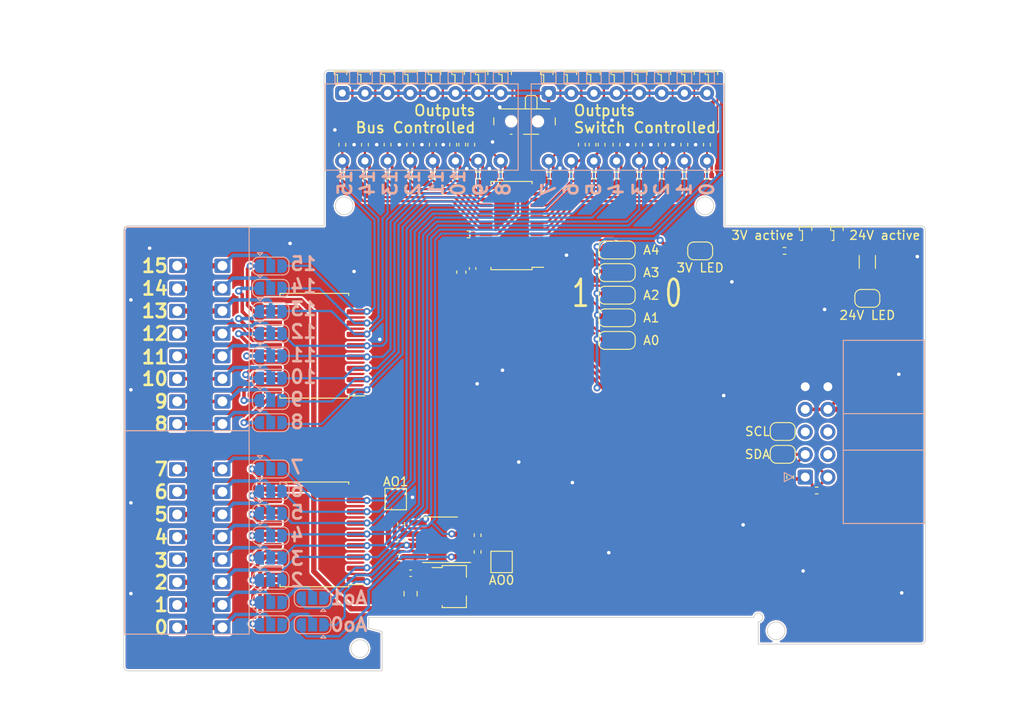
<source format=kicad_pcb>
(kicad_pcb (version 20211014) (generator pcbnew)
  (layers (0 "F.Cu" signal) (31 "B.Cu" signal) (34 "B.Paste" user) (35 "F.Paste" user) (36 "B.SilkS" user "B.Silkscreen") (37 "F.SilkS" user "F.Silkscreen") (38 "B.Mask" user) (39 "F.Mask" user) (44 "Edge.Cuts" user))
  (net 0 "")
  (net 1 "GND")
  (net 2 "+24V")
  (net 3 "+3V3")
  (net 4 "+15V")
  (net 5 "Net-(D5-Pad2)")
  (net 6 "Net-(D6-Pad2)")
  (net 7 "Net-(D7-Pad2)")
  (net 8 "Net-(D8-Pad2)")
  (net 9 "Net-(D9-Pad2)")
  (net 10 "Net-(D10-Pad2)")
  (net 11 "Net-(D11-Pad2)")
  (net 12 "Net-(D12-Pad2)")
  (net 13 "Net-(D13-Pad2)")
  (net 14 "Net-(D14-Pad2)")
  (net 15 "Net-(D15-Pad2)")
  (net 16 "Net-(D17-Pad2)")
  (net 17 "Net-(D18-Pad2)")
  (net 18 "Net-(D19-Pad2)")
  (net 19 "Net-(D20-Pad2)")
  (net 20 "/A0")
  (net 21 "/A1")
  (net 22 "/A2")
  (net 23 "/A3")
  (net 24 "/A4")
  (net 25 "Net-(R5-Pad1)")
  (net 26 "Net-(R6-Pad1)")
  (net 27 "Net-(R9-Pad1)")
  (net 28 "Net-(R12-Pad1)")
  (net 29 "Net-(R13-Pad1)")
  (net 30 "Net-(R15-Pad1)")
  (net 31 "Net-(R16-Pad1)")
  (net 32 "/io/CONN0")
  (net 33 "/io/CONN2")
  (net 34 "/io/CONN4")
  (net 35 "/io/CONN6")
  (net 36 "Net-(R17-Pad1)")
  (net 37 "Net-(R18-Pad1)")
  (net 38 "Net-(R19-Pad1)")
  (net 39 "Net-(R21-Pad1)")
  (net 40 "/io/CONN1")
  (net 41 "/io/CONN3")
  (net 42 "/io/CONN5")
  (net 43 "/io/CONN7")
  (net 44 "Net-(R22-Pad1)")
  (net 45 "Net-(R23-Pad1)")
  (net 46 "Net-(R24-Pad1)")
  (net 47 "Net-(R25-Pad1)")
  (net 48 "/io/CONN8")
  (net 49 "/!OE")
  (net 50 "/io/CONN10")
  (net 51 "/A5")
  (net 53 "CPU4")
  (net 54 "/io/AO0")
  (net 55 "/io/AO1")
  (net 56 "Net-(D1-Pad2)")
  (net 57 "Net-(D2-Pad2)")
  (net 58 "/io/CONN9")
  (net 59 "/io/CONN11")
  (net 60 "SDA1")
  (net 61 "SCL1")
  (net 62 "Net-(R3-Pad1)")
  (net 63 "Net-(R4-Pad1)")
  (net 64 "Net-(R10-Pad1)")
  (net 65 "Net-(J8-Pad3)")
  (net 67 "Net-(J8-Pad2)")
  (net 70 "Net-(JP24-Pad2)")
  (net 72 "/io/CONN12")
  (net 73 "/io/CONN13")
  (net 74 "/io/CONN14")
  (net 75 "/io/CONN15")
  (net 76 "CPU0")
  (net 77 "CPU2")
  (net 78 "CPU6")
  (net 79 "CPU1")
  (net 80 "CPU3")
  (net 81 "CPU5")
  (net 82 "CPU7")
  (net 83 "CPU8")
  (net 84 "CPU10")
  (net 85 "CPU12")
  (net 86 "CPU14")
  (net 87 "CPU9")
  (net 88 "CPU11")
  (net 89 "CPU13")
  (net 90 "CPU15")
  (net 91 "Net-(D16-Pad2)")
  (net 92 "Net-(JP25-Pad2)")
  (net 93 "/io/ULN0")
  (net 94 "/io/ULN1")
  (net 95 "/io/ULN2")
  (net 96 "/io/ULN3")
  (net 97 "/io/ULN4")
  (net 98 "/io/ULN5")
  (net 99 "/io/ULN6")
  (net 100 "/io/ULN7")
  (net 101 "/io/ULN8")
  (net 102 "/io/ULN9")
  (net 103 "/io/ULN10")
  (net 104 "/io/ULN11")
  (net 105 "/io/ULN12")
  (net 106 "/io/ULN13")
  (net 107 "/io/ULN14")
  (net 108 "/io/ULN15")
  (net 109 "Net-(JP1-Pad3)")
  (net 110 "Net-(JP2-Pad3)")
  (footprint "Resistor_SMD:R_0402_1005Metric" (layer "F.Cu") (at 170.4848 96.8756 90)
    (fp_text reference "R84" hide)
    (fp_text value "k22")
  )
  (footprint "liebler_OPTO:LED_1606" (layer "F.Cu") (at 139.9032 89.5604)
    (fp_text reference "D9" hide)
    (fp_text value "LED")
  )
  (footprint "liebler_OPTO:LED_1606" (layer "F.Cu") (at 155.1432 89.5604)
    (fp_text reference "D14" hide)
    (fp_text value "LED")
  )
  (footprint "Resistor_SMD:R_0402_1005Metric" (layer "F.Cu") (at 162.8648 96.8756 90)
    (fp_text reference "R81" hide)
    (fp_text value "k22")
  )
  (footprint "Resistor_SMD:R_0402_1005Metric" (layer "F.Cu") (at 157.6324 96.8756 90)
    (fp_text reference "R78" hide)
    (fp_text value "k22")
  )
  (footprint "TestPoint:TestPoint_Pad_2.0x2.0mm" (layer "F.Cu") (at 135.5344 136.7028)
    (fp_text reference "TP1" hide)
    (fp_text value "AO1")
  )
  (footprint "Resistor_SMD:R_0402_1005Metric" (layer "F.Cu") (at 179.197 108.8136)
    (fp_text reference "R20" hide)
    (fp_text value "k22")
  )
  (footprint "Resistor_SMD:R_0402_1005Metric" (layer "F.Cu") (at 132.08 100.33)
    (fp_text reference "R5" hide)
    (fp_text value "K15")
  )
  (footprint "Capacitor_SMD:C_0402_1005Metric" (layer "F.Cu") (at 144.1704 110.7948 -90)
    (fp_text reference "C2" hide)
    (fp_text value "u1")
  )
  (footprint "Resistor_SMD:R_0402_1005Metric" (layer "F.Cu") (at 179.832 134.239 -90)
    (fp_text reference "R1" hide)
    (fp_text value "4k7")
  )
  (footprint "Resistor_SMD:R_0402_1005Metric" (layer "F.Cu") (at 144.7292 140.7668 90)
    (fp_text reference "R10" hide)
    (fp_text value "10k")
  )
  (footprint "Resistor_SMD:R_0402_1005Metric" (layer "F.Cu") (at 160.3248 100.33)
    (fp_text reference "R21" hide)
    (fp_text value "K15")
  )
  (footprint "liebler_OPTO:LED_1606" (layer "F.Cu") (at 152.5016 89.5604)
    (fp_text reference "D13" hide)
    (fp_text value "LED")
  )
  (footprint "Resistor_SMD:R_0402_1005Metric" (layer "F.Cu") (at 137.16 96.8756 90)
    (fp_text reference "R72" hide)
    (fp_text value "k22")
  )
  (footprint "liebler_OPTO:LED_1606" (layer "F.Cu") (at 163.068 89.5604)
    (fp_text reference "D17" hide)
    (fp_text value "LED")
  )
  (footprint "Jumper:SolderJumper-2_P1.3mm_Bridged2Bar_RoundedPad1.0x1.5mm" (layer "F.Cu") (at 178.9938 129.1082 180)
    (fp_text reference "JP33" hide)
    (fp_text value "SCL")
  )
  (footprint "liebler_OPTO:LED_1606" (layer "F.Cu") (at 137.2616 89.5604)
    (fp_text reference "D8" hide)
    (fp_text value "LED")
  )
  (footprint "Resistor_SMD:R_0402_1005Metric" (layer "F.Cu") (at 136.144 139.4968 90)
    (fp_text reference "R4" hide)
    (fp_text value "10k")
  )
  (footprint "Capacitor_SMD:C_0805_2012Metric" (layer "F.Cu") (at 137.2108 147.334 90)
    (fp_text reference "C8" hide)
    (fp_text value "u47")
  )
  (footprint "liebler_OPTO:LED_1606" (layer "F.Cu") (at 147.828 89.5604)
    (fp_text reference "D12" hide)
    (fp_text value "LED")
  )
  (footprint "Jumper:SolderJumper-3_P1.3mm_Open_RoundedPad1.0x1.5mm_NumberLabels" (layer "F.Cu") (at 160.3756 108.712)
    (fp_text reference "JP7" hide)
    (fp_text value "A4")
  )
  (footprint "Capacitor_SMD:C_0402_1005Metric" (layer "F.Cu") (at 137.2108 145.034)
    (fp_text reference "C11" hide)
    (fp_text value "u1")
  )
  (footprint "Package_SO:SOIC-18W_7.5x11.6mm_P1.27mm" (layer "F.Cu") (at 126.3996 119.4708 180)
    (fp_text reference "U9" hide)
    (fp_text value "ULN2803A")
  )
  (footprint "Resistor_SMD:R_0402_1005Metric" (layer "F.Cu") (at 132.08 96.8756 90)
    (fp_text reference "R70" hide)
    (fp_text value "k22")
  )
  (footprint "Package_TO_SOT_SMD:SOT-89-3_Handsoldering" (layer "F.Cu") (at 141.8108 146.534)
    (fp_text reference "U4" hide)
    (fp_text value "L78L15_SOT89")
  )
  (footprint "Resistor_SMD:R_0402_1005Metric" (layer "F.Cu") (at 152.7048 100.33)
    (fp_text reference "R17" hide)
    (fp_text value "K15")
  )
  (footprint "Resistor_SMD:R_0402_1005Metric" (layer "F.Cu") (at 156.4386 96.8756 90)
    (fp_text reference "R77" hide)
    (fp_text value "k22")
  )
  (footprint "Resistor_SMD:R_0402_1005Metric" (layer "F.Cu") (at 141.986 96.8756 90)
    (fp_text reference "R74" hide)
    (fp_text value "k22")
  )
  (footprint "Resistor_SMD:R_0402_1005Metric" (layer "F.Cu") (at 170.4996 100.33)
    (fp_text reference "R25" hide)
    (fp_text value "K15")
  )
  (footprint "Resistor_SMD:R_0402_1005Metric" (layer "F.Cu") (at 165.4048 96.8756 90)
    (fp_text reference "R82" hide)
    (fp_text value "k22")
  )
  (footprint "liebler_OPTO:LED_1606" (layer "F.Cu") (at 170.9928 89.5604)
    (fp_text reference "D20" hide)
    (fp_text value "LED")
  )
  (footprint "liebler_OPTO:LED_1606" (layer "F.Cu") (at 181.5592 107.0864)
    (fp_text reference "D2" hide)
    (fp_text value "3V active")
  )
  (footprint "liebler_OPTO:LED_1606" (layer "F.Cu") (at 157.7848 89.5604)
    (fp_text reference "D15" hide)
    (fp_text value "LED")
  )
  (footprint "Jumper:SolderJumper-3_P1.3mm_Open_RoundedPad1.0x1.5mm_NumberLabels" (layer "F.Cu") (at 160.3756 116.332)
    (fp_text reference "JP4" hide)
    (fp_text value "A1")
  )
  (footprint "liebler_OPTO:LED_1606" (layer "F.Cu") (at 131.9784 89.5604)
    (fp_text reference "D6" hide)
    (fp_text value "LED")
  )
  (footprint "Resistor_SMD:R_0402_1005Metric" (layer "F.Cu") (at 144.018 96.8756 90)
    (fp_text reference "R76" hide)
    (fp_text value "k22")
  )
  (footprint "Resistor_SMD:R_0402_1005Metric" (layer "F.Cu") (at 147.32 100.33)
    (fp_text reference "R16" hide)
    (fp_text value "K15")
  )
  (footprint "Resistor_SMD:R_0402_1005Metric" (layer "F.Cu") (at 182.8038 135.7376)
    (fp_text reference "R2" hide)
    (fp_text value "4k7")
  )
  (footprint "Resistor_SMD:R_0402_1005Metric" (layer "F.Cu") (at 158.6484 96.8756 90)
    (fp_text reference "R79" hide)
    (fp_text value "k22")
  )
  (footprint "Jumper:SolderJumper-3_P1.3mm_Open_RoundedPad1.0x1.5mm_NumberLabels" (layer "F.Cu") (at 160.3756 118.872)
    (fp_text reference "JP3" hide)
    (fp_text value "A0")
  )
  (footprint "Resistor_SMD:R_0402_1005Metric" (layer "F.Cu") (at 134.62 100.33)
    (fp_text reference "R6" hide)
    (fp_text value "K15")
  )
  (footprint "Resistor_SMD:R_0402_1005Metric" (layer "F.Cu") (at 144.78 100.33)
    (fp_text reference "R15" hide)
    (fp_text value "K15")
  )
  (footprint "Resistor_SMD:R_0402_1005Metric" (layer "F.Cu") (at 139.7 96.8756 90)
    (fp_text reference "R73" hide)
    (fp_text value "k22")
  )
  (footprint "Resistor_SMD:R_0402_1005Metric" (layer "F.Cu") (at 165.354 100.33)
    (fp_text reference "R23" hide)
    (fp_text value "K15")
  )
  (footprint "liebler_OPTO:LED_1606" (layer "F.Cu") (at 129.3368 89.5604)
    (fp_text reference "D5" hide)
    (fp_text value "LED")
  )
  (footprint "Jumper:SolderJumper-2_P1.3mm_Open_RoundedPad1.0x1.5mm" (layer "F.Cu") (at 188.4934 114.1476)
    (fp_text reference "JP24" hide)
    (fp_text value "24V LED")
  )
  (footprint "Resistor_SMD:R_0402_1005Metric" (layer "F.Cu") (at 143.002 96.8756 90)
    (fp_text reference "R75" hide)
    (fp_text value "k22")
  )
  (footprint "Resistor_SMD:R_0402_1005Metric" (layer "F.Cu") (at 167.9448 100.33)
    (fp_text reference "R24" hide)
    (fp_text value "K15")
  )
  (footprint "liebler_OPTO:LED_1606" (layer "F.Cu") (at 134.62 89.5604)
    (fp_text reference "D7" hide)
    (fp_text value "LED")
  )
  (footprint "liebler_OPTO:LED_1606" (layer "F.Cu") (at 142.5448 89.5604)
    (fp_text reference "D10" hide)
    (fp_text value "LED")
  )
  (footprint "Package_SO:SOIC-8_3.9x4.9mm_P1.27mm" (layer "F.Cu") (at 140.5128 141.2748 180)
    (fp_text reference "U1" hide)
    (fp_text value "LM358")
  )
  (footprint "Resistor_SMD:R_1206_3216Metric" (layer "F.Cu") (at 188.4934 110.0582 90)
    (fp_text reference "R11" hide)
    (fp_text value "4k7")
  )
  (footprint "Jumper:SolderJumper-2_P1.3mm_Bridged2Bar_RoundedPad1.0x1.5mm" (layer "F.Cu") (at 178.9938 131.6736 180)
    (fp_text reference "JP34" hide)
    (fp_text value "SDA")
  )
  (footprint "Resistor_SMD:R_0402_1005Metric" (layer "F.Cu") (at 134.62 96.8756 90)
    (fp_text reference "R71" hide)
    (fp_text value "k22")
  )
  (footprint "Resistor_SMD:R_0402_1005Metric" (layer "F.Cu") (at 137.16 100.33)
    (fp_text reference "R9" hide)
    (fp_text value "K15")
  )
  (footprint "Package_SO:SOIC-18W_7.5x11.6mm_P1.27mm" (layer "F.Cu") (at 126.3996 140.6708 180)
    (fp_text reference "U8" hide)
    (fp_text value "ULN2803A")
  )
  (footprint "Resistor_SMD:R_0402_1005Metric" (layer "F.Cu") (at 144.7292 142.6464 90)
    (fp_text reference "R14" hide)
    (fp_text value "22k")
  )
  (footprint "Resistor_SMD:R_0402_1005Metric" (layer "F.Cu") (at 167.9448 96.8756 90)
    (fp_text reference "R83" hide)
    (fp_text value "k22")
  )
  (footprint "Capacitor_SMD:C_0603_1608Metric" (layer "F.Cu") (at 142.9004 111.2012 -90)
    (fp_text reference "C7" hide)
    (fp_text value "22u")
  )
  (footprint "Jumper:SolderJumper-3_P1.3mm_Open_RoundedPad1.0x1.5mm_NumberLabels" (layer "F.Cu") (at 160.3756 111.252)
    (fp_text reference "JP6" hide)
    (fp_text value "A3")
  )
  (footprint "Resistor_SMD:R_0402_1005Metric" (layer "F.Cu") (at 136.144 141.3764 90)
    (fp_text reference "R8" hide)
    (fp_text value "22k")
  )
  (footprint "Resistor_SMD:R_0402_1005Metric" (layer "F.Cu") (at 129.54 96.8756 90)
    (fp_text reference "R69" hide)
    (fp_text value "k22")
  )
  (footprint "liebler_OPTO:LED_1606" (layer "F.Cu") (at 145.1864 89.5604)
    (fp_text reference "D11" hide)
    (fp_text value "LED")
  )
  (footprint "Package_SO:TSSOP-28_4.4x9.7mm_P0.65mm" (layer "F.Cu") (at 148.5392 105.9688 180)
    (fp_text reference "U3" hide)
    (fp_text value "PCA9685PW")
  )
  (footprint "liebler_OPTO:LED_1606" (layer "F.Cu") (at 160.4264 89.5604)
    (fp_text reference "D16" hide)
    (fp_text value "LED")
  )
  (footprint "liebler_OPTO:LED_1606" (layer "F.Cu") (at 185.0792 107.0864)
    (fp_text reference "D1" hide)
    (fp_text value "24V active")
  )
  (footprint "liebler_OPTO:LED_1606" (layer "F.Cu") (at 165.7096 89.5604)
    (fp_text reference "D18" hide)
    (fp_text value "LED")
  )
  (footprint "Resistor_SMD:R_0402_1005Metric" (layer "F.Cu") (at 143.7132 106.9594 180)
    (fp_text reference "R7" hide)
    (fp_text value "4k7")
  )
  (footprint "Jumper:SolderJumper-3_P1.3mm_Open_RoundedPad1.0x1.5mm_NumberLabels" (layer "F.Cu") (at 160.3756 113.792)
    (fp_text reference "JP5" hide)
    (fp_text value "A2")
  )
  (footprint "Resistor_SMD:R_0402_1005Metric" (layer "F.Cu") (at 162.8648 100.33)
    (fp_text reference "R22" hide)
    (fp_text value "K15")
  )
  (footprint "Capacitor_SMD:C_0402_1005Metric" (layer "F.Cu") (at 135.8392 143.256)
    (fp_text reference "C9" hide)
    (fp_text value "u1")
  )
  (footprint "Jumper:SolderJumper-2_P1.3mm_Open_RoundedPad1.0x1.5mm" (layer "F.Cu") (at 169.7228 108.8136)
    (fp_text reference "JP25" hide)
    (fp_text value "3V LED")
  )
  (footprint "liebler_OPTO:LED_1606" (layer "F.Cu") (at 168.3512 89.5604)
    (fp_text reference "D19" hide)
    (fp_text value "LED")
  )
  (footprint "liebler_MECH:SW_SPDT_PCM12_handsolder" (layer "F.Cu") (at 150 94.5896 180)
    (fp_text reference "SW7" hide)
    (fp_text value "Auto Manu" hide)
  )
  (footprint "Resistor_SMD:R_0402_1005Metric" (layer "F.Cu") (at 157.7848 100.33)
    (fp_text reference "R19" hide)
    (fp_text value "K15")
  )
  (footprint "Resistor_SMD:R_0402_1005Metric" (layer "F.Cu") (at 139.7 100.33)
    (fp_text reference "R12" hide)
    (fp_text value "K15")
  )
  (footprint "Resistor_SMD:R_0402_1005Metric" (layer "F.Cu") (at 160.3248 96.8756 90)
    (fp_text reference "R80" hide)
    (fp_text value "k22")
  )
  (footprint "Resistor_SMD:R_0402_1005Metric" (layer "F.Cu") (at 142.24 100.33)
    (fp_text reference "R13" hide)
    (fp_text value "K15")
  )
  (footprint "Resistor_SMD:R_0402_1005Metric" (layer "F.Cu") (at 129.54 100.33)
    (fp_text reference "R3" hide)
    (fp_text value "K15")
  )
  (footprint "TestPoint:TestPoint_Pad_2.0x2.0mm" (layer "F.Cu") (at 147.4216 143.764)
    (fp_text reference "TP2" hide)
    (fp_text value "AO0")
  )
  (footprint "Resistor_SMD:R_0402_1005Metric" (layer "F.Cu") (at 155.2448 100.33)
    (fp_text reference "R18" hide)
    (fp_text value "K15")
  )
  (footprint "Jumper:SolderJumper-3_P1.3mm_Open_RoundedPad1.0x1.5mm" (layer "B.Cu") (at 121.4996 145.8208)
    (fp_text reference "JP8" hide)
    (fp_text value "ULN_CPU")
  )
  (footprint "Jumper:SolderJumper-3_P1.3mm_Open_RoundedPad1.0x1.5mm" (layer "B.Cu") (at 121.4996 123.1208)
    (fp_text reference "JP16" hide)
    (fp_text value "ULN_CPU")
  )
  (footprint "Jumper:SolderJumper-3_P1.3mm_Open_RoundedPad1.0x1.5mm" (layer "B.Cu") (at 121.4996 138.3208)
    (fp_text reference "JP11" hide)
    (fp_text value "ULN_CPU")
  )
  (footprint "Jumper:SolderJumper-3_P1.3mm_Open_RoundedPad1.0x1.5mm" (layer "B.Cu") (at 121.4996 140.8208)
    (fp_text reference "JP10" hide)
    (fp_text value "ULN_CPU")
  )
  (footprint "Jumper:SolderJumper-3_P1.3mm_Open_RoundedPad1.0x1.5mm" (layer "B.Cu") (at 121.4996 118.1208)
    (fp_text reference "JP18" hide)
    (fp_text value "ULN_CPU")
  )
  (footprint "liebler_MECH:SW_DIP_SPSTx08_Piano" (layer "B.Cu") (at 161.6 94.9 -90)
    (fp_text reference "SW5" hide)
    (fp_text value "SW_DIP_x08")
  )
  (footprint "liebler_CONN:KF141R-8p" (layer "B.Cu") (at 113.538 119.38 90)
    (fp_text reference "J4" hide)
    (fp_text value "Conn_01x08" hide)
  )
  (footprint "liebler_CONN:IDC-Header_2x05_P2.54mm_Horizontal_tightCrtYd" (layer "B.Cu") (at 181.5214 134.2344)
    (fp_text reference "J8" hide)
    (fp_text value "Bus")
  )
  (footprint "Jumper:SolderJumper-3_P1.3mm_Open_RoundedPad1.0x1.5mm" (layer "B.Cu") (at 121.4996 120.6208)
    (fp_text reference "JP17" hide)
    (fp_text value "ULN_CPU")
  )
  (footprint "Jumper:SolderJumper-3_P1.3mm_Open_RoundedPad1.0x1.5mm" (layer "B.Cu") (at 121.4996 128.1208)
    (fp_text reference "JP14" hide)
    (fp_text value "ULN_CPU")
  )
  (footprint "Jumper:SolderJumper-3_P1.3mm_Open_RoundedPad1.0x1.5mm" (layer "B.Cu") (at 121.4996 143.3208)
    (fp_text reference "JP9" hide)
    (fp_text value "ULN_CPU")
  )
  (footprint "Jumper:SolderJumper-3_P1.3mm_Open_RoundedPad1.0x1.5mm" (layer "B.Cu") (at 121.4996 148.3208)
    (fp_text reference "JP2" hide)
    (fp_text value "ULN_CPU")
  )
  (footprint "Jumper:SolderJumper-3_P1.3mm_Open_RoundedPad1.0x1.5mm" (layer "B.Cu") (at 121.4996 125.6208)
    (fp_text reference "JP15" hide)
    (fp_text value "ULN_CPU")
  )
  (footprint "liebler_MECH:SW_DIP_SPSTx08_Piano" (layer "B.Cu") (at 138.43 94.8944 -90)
    (fp_text reference "SW4" hide)
    (fp_text value "SW_DIP_x08")
  )
  (footprint "Jumper:SolderJumper-3_P1.3mm_Open_RoundedPad1.0x1.5mm" (layer "B.Cu") (at 121.4996 113.0208)
    (fp_text reference "JP20" hide)
    (fp_text value "ULN_CPU")
  )
  (footprint "Jumper:SolderJumper-3_P1.3mm_Open_RoundedPad1.0x1.5mm" (layer "B.Cu") (at 121.4996 115.6208)
    (fp_text reference "JP19" hide)
    (fp_text value "ULN_CPU")
  )
  (footprint "Jumper:SolderJumper-3_P1.3mm_Open_RoundedPad1.0x1.5mm" (layer "B.Cu") (at 121.4996 133.3208)
    (fp_text reference "JP13" hide)
    (fp_text value "ULN_CPU")
  )
  (footprint "Jumper:SolderJumper-3_P1.3mm_Open_RoundedPad1.0x1.5mm" (layer "B.Cu") (at 121.4996 150.8208)
    (fp_text reference "JP1" hide)
    (fp_text value "ULN_CPU")
  )
  (footprint "liebler_CONN:KF141R-8p" (layer "B.Cu") (at 113.538 142.24 90)
    (fp_text reference "J5" hide)
    (fp_text value "Conn_01x08" hide)
  )
  (footprint "Jumper:SolderJumper-3_P1.3mm_Open_RoundedPad1.0x1.5mm" (layer "B.Cu") (at 121.4996 110.5208)
    (fp_text reference "JP21" hide)
    (fp_text value "ULN_CPU")
  )
  (footprint "Jumper:SolderJumper-3_P1.3mm_Open_RoundedPad1.0x1.5mm" (layer "B.Cu") (at 121.4996 135.8208)
    (fp_text reference "JP12" hide)
    (fp_text value "ULN_CPU")
  )
  (footprint "Jumper:SolderJumper-3_P1.3mm_Open_RoundedPad1.0x1.5mm" (layer "B.Cu") (at 126.1996 150.8208 180)
    (fp_text reference "JP22" hide)
    (fp_text value "ULN_CPU")
  )
  (footprint "Jumper:SolderJumper-3_P1.3mm_Open_RoundedPad1.0x1.5mm" (layer "B.Cu") (at 126.1996 147.8208 180)
    (fp_text reference "JP23" hide)
    (fp_text value "ULN_CPU")
  )
  (gr_arc (start 172 88.5) (mid 172.353553 88.646447) (end 172.5 89) (layer "Edge.Cuts") (width 0.1))
  (gr_line (start 172.5 106) (end 194.5 106) (layer "Edge.Cuts") (width 0.1))
  (gr_line (start 132.5 150) (end 132.5 151.2) (layer "Edge.Cuts") (width 0.1))
  (gr_line (start 176.25 153) (end 176.25 150.5) (layer "Edge.Cuts") (width 0.1))
  (gr_line (start 134 156) (end 105.5 156) (layer "Edge.Cuts") (width 0.1))
  (gr_circle (center 178.25 151.5) (end 178.25 150.5) (layer "Edge.Cuts") (width 0.1) (fill none))
  (gr_arc (start 105.5 156) (mid 105.146447 155.853553) (end 105 155.5) (layer "Edge.Cuts") (width 0.1))
  (gr_arc (start 175.75 150) (mid 176.603553 149.646447) (end 176.25 150.5) (layer "Edge.Cuts") (width 0.1))
  (gr_line (start 134 151.6) (end 134 156) (layer "Edge.Cuts") (width 0.1))
  (gr_line (start 175.75 150) (end 150 150) (layer "Edge.Cuts") (width 0.1))
  (gr_line (start 176.25 153) (end 194.5 153) (layer "Edge.Cuts") (width 0.1))
  (gr_line (start 128 88.5) (end 172 88.5) (layer "Edge.Cuts") (width 0.1))
  (gr_line (start 105 150) (end 105 106.5) (layer "Edge.Cuts") (width 0.1))
  (gr_circle (center 129.75 103.75) (end 129.75 102.75) (layer "Edge.Cuts") (width 0.1) (fill none))
  (gr_arc (start 105 106.5) (mid 105.146447 106.146447) (end 105.5 106) (layer "Edge.Cuts") (width 0.1))
  (gr_arc (start 194.5 106) (mid 194.853553 106.146447) (end 195 106.5) (layer "Edge.Cuts") (width 0.1))
  (gr_line (start 195 106.5) (end 195.000001 152.500001) (layer "Edge.Cuts") (width 0.1))
  (gr_line (start 172.5 89) (end 172.5 106) (layer "Edge.Cuts") (width 0.1))
  (gr_arc (start 127.5 89) (mid 127.646447 88.646447) (end 128 88.5) (layer "Edge.Cuts") (width 0.1))
  (gr_line (start 132.5 151.2) (end 134 151.6) (layer "Edge.Cuts") (width 0.1))
  (gr_line (start 105.5 106) (end 127.5 106) (layer "Edge.Cuts") (width 0.1))
  (gr_line (start 127.5 106) (end 127.5 89) (layer "Edge.Cuts") (width 0.1))
  (gr_circle (center 131.5 153.5) (end 131.5 152.5) (layer "Edge.Cuts") (width 0.1) (fill none))
  (gr_arc (start 195.000001 152.500001) (mid 194.853554 152.853554) (end 194.500001 153.000001) (layer "Edge.Cuts") (width 0.1))
  (gr_line (start 105 155.5) (end 105 150) (layer "Edge.Cuts") (width 0.1))
  (gr_line (start 150 150) (end 132.5 150) (layer "Edge.Cuts") (width 0.1))
  (gr_circle (center 170.25 103.75) (end 170.25 102.75) (layer "Edge.Cuts") (width 0.1) (fill none))
  (gr_text "7" (at 152.7048 102.8192 90) (layer "B.SilkS") (effects (font (size 1.5 1.5) (thickness 0.3)) (justify right mirror)))
  (gr_text "15" (at 129.8448 102.8192 90) (layer "B.SilkS") (effects (font (size 1.5 1.5) (thickness 0.3)) (justify right mirror)))
  (gr_text "3" (at 162.9664 102.8192 90) (layer "B.SilkS") (effects (font (size 1.5 1.5) (thickness 0.3)) (justify right mirror)))
  (gr_text "13" (at 134.9248 102.8192 90) (layer "B.SilkS") (effects (font (size 1.5 1.5) (thickness 0.3)) (justify right mirror)))
  (gr_text "Ao1" (at 132.4996 147.8208) (layer "B.SilkS") (effects (font (size 1.5 1.5) (thickness 0.3)) (justify left mirror)))
  (gr_text "8" (at 123.5496 128.0408) (layer "B.SilkS") (effects (font (size 1.5 1.5) (thickness 0.3)) (justify right mirror)))
  (gr_text "2" (at 165.4048 102.8192 90) (layer "B.SilkS") (effects (font (size 1.5 1.5) (thickness 0.3)) (justify right mirror)))
  (gr_text "10" (at 123.5496 122.9608) (layer "B.SilkS") (effects (font (size 1.5 1.5) (thickness 0.3)) (justify right mirror)))
  (gr_text "Ao0" (at 132.4996 150.8208) (layer "B.SilkS") (effects (font (size 1.5 1.5) (thickness 0.3)) (justify left mirror)))
  (gr_text "14" (at 132.3848 102.8192 90) (layer "B.SilkS") (effects (font (size 1.5 1.5) (thickness 0.3)) (justify right mirror)))
  (gr_text "2" (at 123.5496 145.8208) (layer "B.SilkS") (effects (font (size 1.5 1.5) (thickness 0.3)) (justify right mirror)))
  (gr_text "8" (at 147.6248 102.8192 90) (layer "B.SilkS") (effects (font (size 1.5 1.5) (thickness 0.3)) (justify right mirror)))
  (gr_text "0" (at 170.4848 102.8192 90) (layer "B.SilkS") (effects (font (size 1.5 1.5) (thickness 0.3)) (justify right mirror)))
  (gr_text "7" (at 123.5496 133.1208) (layer "B.SilkS") (effects (font (size 1.5 1.5) (thickness 0.3)) (justify right mirror)))
  (gr_text "15" (at 123.5496 110.2608) (layer "B.SilkS") (effects (font (size 1.5 1.5) (thickness 0.3)) (justify right mirror)))
  (gr_text "1" (at 167.9448 102.8192 90) (layer "B.SilkS") (effects (font (size 1.5 1.5) (thickness 0.3)) (justify right mirror)))
  (gr_text "11" (at 140.1064 102.8192 90) (layer "B.SilkS") (effects (font (size 1.5 1.5) (thickness 0.3)) (justify right mirror)))
  (gr_text "3" (at 123.5496 143.3824) (layer "B.SilkS") (effects (font (size 1.5 1.5) (thickness 0.3)) (justify right mirror)))
  (gr_text "5" (at 157.7848 102.8192 90) (layer "B.SilkS") (effects (font (size 1.5 1.5) (thickness 0.3)) (justify right mirror)))
  (gr_text "10" (at 142.5448 102.8192 90) (layer "B.SilkS") (effects (font (size 1.5 1.5) (thickness 0.3)) (justify right mirror)))
  (gr_text "6" (at 155.2448 102.8192 90) (layer "B.SilkS") (effects (font (size 1.5 1.5) (thickness 0.3)) (justify right mirror)))
  (gr_text "12" (at 137.4648 102.8192 90) (layer "B.SilkS") (effects (font (size 1.5 1.5) (thickness 0.3)) (justify right mirror)))
  (gr_text "9" (at 123.5496 125.5008) (layer "B.SilkS") (effects (font (size 1.5 1.5) (thickness 0.3)) (justify right mirror)))
  (gr_text "12" (at 123.5496 117.8808) (layer "B.SilkS") (effects (font (size 1.5 1.5) (thickness 0.3)) (justify right mirror)))
  (gr_text "5" (at 123.5496 138.2008) (layer "B.SilkS") (effects (font (size 1.5 1.5) (thickness 0.3)) (justify right mirror)))
  (gr_text "14" (at 123.5496 112.8008) (layer "B.SilkS") (effects (font (size 1.5 1.5) (thickness 0.3)) (justify right mirror)))
  (gr_text "4" (at 123.5496 140.7408) (layer "B.SilkS") (effects (font (size 1.5 1.5) (thickness 0.3)) (justify right mirror)))
  (gr_text "11" (at 123.5496 120.5224) (layer "B.SilkS") (effects (font (size 1.5 1.5) (thickness 0.3)) (justify right mirror)))
  (gr_text "13" (at 123.5496 115.3408) (layer "B.SilkS") (effects (font (size 1.5 1.5) (thickness 0.3)) (justify right mirror)))
  (gr_text "6" (at 123.5496 135.6608) (layer "B.SilkS") (effects (font (size 1.5 1.5) (thickness 0.3)) (justify right mirror)))
  (gr_text "4" (at 160.3248 102.8192 90) (layer "B.SilkS") (effects (font (size 1.5 1.5) (thickness 0.3)) (justify right mirror)))
  (gr_text "9" (at 145.0848 102.8192 90) (layer "B.SilkS") (effects (font (size 1.5 1.5) (thickness 0.3)) (justify right mirror)))
  (gr_text "8" (at 110.109 128.27) (layer "F.SilkS") (effects (font (size 1.5 1.5) (thickness 0.3)) (justify right)))
  (gr_text "0" (at 110.109 151.13) (layer "F.SilkS") (effects (font (size 1.5 1.5) (thickness 0.3)) (justify right)))
  (gr_text "5" (at 110.109 138.43) (layer "F.SilkS") (effects (font (size 1.5 1.5) (thickness 0.3)) (justify right)))
  (gr_text "Outputs\nBus Controlled" (at 144.6022 94.0054) (layer "F.SilkS") (effects (font (size 1.2 1.2) (thickness 0.2)) (justify right)))
  (gr_text "12" (at 110.109 118.11) (layer "F.SilkS") (effects (font (size 1.5 1.5) (thickness 0.3)) (justify right)))
  (gr_text "15" (at 110.109 110.49) (layer "F.SilkS") (effects (font (size 1.5 1.5) (thickness 0.3)) (justify right)))
  (gr_text "9" (at 110.109 125.73) (layer "F.SilkS") (effects (font (size 1.5 1.5) (thickness 0.3)) (justify right)))
  (gr_text "1" (at 110.109 148.59) (layer "F.SilkS") (effects (font (size 1.5 1.5) (thickness 0.3)) (justify right)))
  (gr_text "13" (at 110.109 115.57) (layer "F.SilkS") (effects (font (size 1.5 1.5) (thickness 0.3)) (justify right)))
  (gr_text "1" (at 156.3116 113.5888) (layer "F.SilkS") (effects (font (size 3 2) (thickness 0.3))))
  (gr_text "6" (at 110.109 135.89) (layer "F.SilkS") (effects (font (size 1.5 1.5) (thickness 0.3)) (justify right)))
  (gr_text "10" (at 110.109 123.19) (layer "F.SilkS") (effects (font (size 1.5 1.5) (thickness 0.3)) (justify right)))
  (gr_text "2" (at 110.109 146.05) (layer "F.SilkS") (effects (font (size 1.5 1.5) (thickness 0.3)) (justify right)))
  (gr_text "4" (at 110.109 140.97) (layer "F.SilkS") (effects (font (size 1.5 1.5) (thickness 0.3)) (justify right)))
  (gr_text "0" (at 166.7256 113.5888) (layer "F.SilkS") (effects (font (size 3 2) (thickness 0.3))))
  (gr_text "3" (at 110.109 143.6116) (layer "F.SilkS") (effects (font (size 1.5 1.5) (thickness 0.3)) (justify right)))
  (gr_text "11" (at 110.109 120.7516) (layer "F.SilkS") (effects (font (size 1.5 1.5) (thickness 0.3)) (justify right)))
  (gr_text "7" (at 110.109 133.35) (layer "F.SilkS") (effects (font (size 1.5 1.5) (thickness 0.3)) (justify right)))
  (gr_text "14" (at 110.109 113.03) (layer "F.SilkS") (effects (font (size 1.5 1.5) (thickness 0.3)) (justify right)))
  (gr_text "Outputs\nSwitch Controlled" (at 155.4226 94.0054) (layer "F.SilkS") (effects (font (size 1.2 1.2) (thickness 0.2)) (justify left)))
  (segment (start 162.0898 88.7854) (end 164.7314 88.7854) (width 0.2) (layer "F.Cu") (net 1))
  (segment (start 154.1758 89.5604) (end 154.1758 88.847) (width 0.2) (layer "F.Cu") (net 1))
  (segment (start 151.5342 89.5604) (end 151.5342 88.8006) (width 0.2) (layer "F.Cu") (net 1))
  (segment (start 129.1444 88.7854) (end 130.9494 88.7854) (width 0.2) (layer "F.Cu") (net 1))
  (segment (start 133.6678 88.7854) (end 136.3094 88.7854) (width 0.2) (layer "F.Cu") (net 1))
  (segment (start 164.7422 88.7962) (end 164.7314 88.7854) (width 0.2) (layer "F.Cu") (net 1))
  (segment (start 141.5774 89.5604) (end 141.5774 88.8514) (width 0.2) (layer "F.Cu") (net 1))
  (segment (start 128.3694 89.5604) (end 129.1444 88.7854) (width 0.2) (layer "F.Cu") (net 1))
  (segment (start 162.1006 88.7962) (end 162.0898 88.7854) (width 0.2) (layer "F.Cu") (net 1))
  (segment (start 141.5774 88.8514) (end 141.6434 88.7854) (width 0.2) (layer "F.Cu") (net 1))
  (segment (start 136.2942 88.8006) (end 136.3094 88.7854) (width 0.2) (layer "F.Cu") (net 1))
  (segment (start 159.459 89.5604) (end 159.459 88.8006) (width 0.2) (layer "F.Cu") (net 1))
  (segment (start 159.459 88.8006) (end 159.4742 88.7854) (width 0.2) (layer "F.Cu") (net 1))
  (segment (start 167.3222 88.7854) (end 169.9642 88.7854) (width 0.2) (layer "F.Cu") (net 1))
  (segment (start 136.2942 89.5604) (end 136.2942 88.8006) (width 0.2) (layer "F.Cu") (net 1))
  (segment (start 167.3838 88.847) (end 167.3222 88.7854) (width 0.2) (layer "F.Cu") (net 1))
  (segment (start 138.9358 88.8006) (end 138.951 88.7854) (width 0.2) (layer "F.Cu") (net 1))
  (segment (start 131.011 88.847) (end 130.9494 88.7854) (width 0.2) (layer "F.Cu") (net 1))
  (segment (start 151.5494 88.7854) (end 154.1142 88.7854) (width 0.2) (layer "F.Cu") (net 1))
  (segment (start 164.7314 88.7854) (end 167.3222 88.7854) (width 0.2) (layer "F.Cu") (net 1))
  (segment (start 154.1142 88.7854) (end 156.8574 88.7854) (width 0.2) (layer "F.Cu") (net 1))
  (segment (start 144.219 88.8006) (end 144.2342 88.7854) (width 0.2) (layer "F.Cu") (net 1))
  (segment (start 156.8174 89.5604) (end 156.8174 88.8254) (width 0.2) (layer "F.Cu") (net 1))
  (segment (start 138.9358 89.5604) (end 138.9358 88.8006) (width 0.2) (layer "F.Cu") (net 1))
  (segment (start 154.1758 88.847) (end 154.1142 88.7854) (width 0.2) (layer "F.Cu") (net 1))
  (segment (start 144.219 89.5604) (end 144.219 88.8006) (width 0.2) (layer "F.Cu") (net 1))
  (segment (start 156.8574 88.7854) (end 159.4742 88.7854) (width 0.2) (layer "F.Cu") (net 1))
  (segment (start 146.8498 88.7854) (end 151.5494 88.7854) (width 0.2) (layer "F.Cu") (net 1))
  (segment (start 146.8606 89.5604) (end 146.8606 88.7962) (width 0.2) (layer "F.Cu") (net 1))
  (segment (start 151.5342 88.8006) (end 151.5494 88.7854) (width 0.2) (layer "F.Cu") (net 1))
  (segment (start 170.0254 88.8466) (end 170.0254 89.5604) (width 0.2) (layer "F.Cu") (net 1))
  (segment (start 130.9494 88.7854) (end 133.6678 88.7854) (width 0.2) (layer "F.Cu") (net 1))
  (segment (start 146.8606 88.7962) (end 146.8498 88.7854) (width 0.2) (layer "F.Cu") (net 1))
  (segment (start 138.951 88.7854) (end 141.6434 88.7854) (width 0.2) (layer "F.Cu") (net 1))
  (segment (start 133.6526 89.5604) (end 133.6526 88.8006) (width 0.2) (layer "F.Cu") (net 1))
  (segment (start 144.2342 88.7854) (end 146.8498 88.7854) (width 0.2) (layer "F.Cu") (net 1))
  (segment (start 159.4742 88.7854) (end 162.0898 88.7854) (width 0.2) (layer "F.Cu") (net 1))
  (segment (start 136.3094 88.7854) (end 138.951 88.7854) (width 0.2) (layer "F.Cu") (net 1))
  (segment (start 162.1006 89.5604) (end 162.1006 88.7962) (width 0.2) (layer "F.Cu") (net 1))
  (segment (start 141.6434 88.7854) (end 144.2342 88.7854) (width 0.2) (layer "F.Cu") (net 1))
  (segment (start 164.7422 89.5604) (end 164.7422 88.7962) (width 0.2) (layer "F.Cu") (net 1))
  (segment (start 167.3838 89.5604) (end 167.3838 88.847) (width 0.2) (layer "F.Cu") (net 1))
  (segment (start 133.6526 88.8006) (end 133.6678 88.7854) (width 0.2) (layer "F.Cu") (net 1))
  (segment (start 156.8174 88.8254) (end 156.8574 88.7854) (width 0.2) (layer "F.Cu") (net 1))
  (segment (start 131.011 89.5604) (end 131.011 88.847) (width 0.2) (layer "F.Cu") (net 1))
  (segment (start 169.9642 88.7854) (end 170.0254 88.8466) (width 0.2) (layer "F.Cu") (net 1))
  (via (at 153.9748 99.5172) (size 0.8) (drill 0.4) (layers "F.Cu" "B.Cu") (net 1))
  (via (at 169.2148 96.8756) (size 0.8) (drill 0.4) (layers "F.Cu" "B.Cu") (net 1))
  (via (at 146.4056 96.5708) (size 0.8) (drill 0.4) (layers "F.Cu" "B.Cu") (net 1))
  (via (at 192.024 122.682) (size 0.8) (drill 0.4) (layers "F.Cu" "B.Cu") (net 1))
  (via (at 140.8684 96.8756) (size 0.8) (drill 0.4) (layers "F.Cu" "B.Cu") (net 1))
  (via (at 105.7996 124.4208) (size 0.8) (drill 0.4) (layers "F.Cu" "B.Cu") (net 1))
  (via (at 154.7114 109.2962) (size 0.8) (drill 0.4) (layers "F.Cu" "B.Cu") (net 1))
  (via (at 107.8992 108.5088) (size 0.8) (drill 0.4) (layers "F.Cu" "B.Cu") (net 1))
  (via (at 166.6748 96.8756) (size 0.8) (drill 0.4) (layers "F.Cu" "B.Cu") (net 1))
  (via (at 164.1856 96.8756) (size 0.8) (drill 0.4) (layers "F.Cu" "B.Cu") (net 1))
  (via (at 159.4612 142.7226) (size 0.8) (drill 0.4) (layers "F.Cu" "B.Cu") (net 1))
  (via (at 105.7996 114.3208) (size 0.8) (drill 0.4) (layers "F.Cu" "B.Cu") (net 1))
  (via (at 128.6996 95.2208) (size 0.8) (drill 0.4) (layers "F.Cu" "B.Cu") (net 1))
  (via (at 146.05 99.568) (size 0.8) (drill 0.4) (layers "F.Cu" "B.Cu") (net 1))
  (via (at 147.5232 122.2248) (size 0.8) (drill 0.4) (layers "F.Cu" "B.Cu") (net 1))
  (via (at 173.2788 112.2934) (size 0.8) (drill 0.4) (layers "F.Cu" "B.Cu") (net 1))
  (via (at 183.6928 115.3922) (size 0.8) (drill 0.4) (layers "F.Cu" "B.Cu") (net 1))
  (via (at 192.3542 147.2438) (size 0.8) (drill 0.4) (layers "F.Cu" "B.Cu") (net 1))
  (via (at 149.352 132.5372) (size 0.8) (drill 0.4) (layers "F.Cu" "B.Cu") (net 1))
  (via (at 172.3644 125.0696) (size 0.8) (drill 0.4) (layers "F.Cu" "B.Cu") (net 1))
  (via (at 135.9408 96.8756) (size 0.8) (drill 0.4) (layers "F.Cu" "B.Cu") (net 1))
  (via (at 105.7996 137.1208) (size 0.8) (drill 0.4) (layers "F.Cu" "B.Cu") (net 1))
  (via (at 137.414 136.4996) (size 0.8) (drill 0.4) (layers "F.Cu" "B.Cu") (net 1))
  (via (at 181.2798 144.78) (size 0.8) (drill 0.4) (layers "F.Cu" "B.Cu") (net 1))
  (via (at 161.5948 96.8756) (size 0.8) (drill 0.4) (layers "F.Cu" "B.Cu") (net 1))
  (via (at 194.1068 109.4486) (size 0.8) (drill 0.4) (layers "F.Cu" "B.Cu") (net 1))
  (via (at 159.8168 94.1324) (size 0.8) (drill 0.4) (layers "F.Cu" "B.Cu") (net 1))
  (via (at 174.5488 139.5984) (size 0.8) (drill 0.4) (layers "F.Cu" "B.Cu") (net 1))
  (via (at 138.4808 96.8756) (size 0.8) (drill 0.4) (layers "F.Cu" "B.Cu") (net 1))
  (via (at 105.7996 147.3208) (size 0.8) (drill 0.4) (layers "F.Cu" "B.Cu") (net 1))
  (via (at 147.2184 92.6592) (size 0.8) (drill 0.4) (layers "F.Cu" "B.Cu") (net 1))
  (via (at 130.8608 111.125) (size 0.8) (drill 0.4) (layers "F.Cu" "B.Cu") (net 1))
  (via (at 123.6726 107.9754) (size 0.8) (drill 0.4) (layers "F.Cu" "B.Cu") (net 1))
  (via (at 133.737301 118.7571) (size 0.8) (drill 0.4) (layers "F.Cu" "B.Cu") (net 1))
  (via (at 144.6784 123.7488) (size 0.8) (drill 0.4) (layers "F.Cu" "B.Cu") (net 1))
  (via (at 143.51 99.568) (size 0.8) (drill 0.4) (layers "F.Cu" "B.Cu") (net 1))
  (via (at 155.3718 134.8486) (size 0.8) (drill 0.4) (layers "F.Cu" "B.Cu") (net 1))
  (via (at 130.8608 96.8756) (size 0.8) (drill 0.4) (layers "F.Cu" "B.Cu") (net 1))
  (via (at 133.4008 96.8756) (size 0.8) (drill 0.4) (layers "F.Cu" "B.Cu") (net 1))
  (segment (start 188.4172 129.1336) (end 185.898 126.6144) (width 0.6) (layer "F.Cu") (net 2))
  (segment (start 182.9318 149.0208) (end 188.4172 143.5354) (width 0.6) (layer "F.Cu") (net 2))
  (segment (start 130.5296 149.0208) (end 182.9318 149.0208) (width 0.6) (layer "F.Cu") (net 2))
  (segment (start 126.3396 135.6868) (end 126.3396 115.8608) (width 0.6) (layer "F.Cu") (net 2))
  (segment (start 137.4608 148.034) (end 137.2108 148.284) (width 0.6) (layer "F.Cu") (net 2))
  (segment (start 126.3396 115.8608) (end 124.8696 114.3908) (width 0.6) (layer "F.Cu") (net 2))
  (segment (start 124.8696 114.3908) (end 121.7496 114.3908) (width 0.6) (layer "F.Cu") (net 2))
  (segment (start 126.2436 135.5908) (end 126.3396 135.6868) (width 0.6) (layer "F.Cu") (net 2))
  (segment (start 187.8434 122.8324) (end 184.0614 126.6144) (width 0.4) (layer "F.Cu") (net 2))
  (segment (start 121.7496 135.5908) (end 126.2436 135.5908) (width 0.6) (layer "F.Cu") (net 2))
  (segment (start 126.3396 144.8308) (end 130.5296 149.0208) (width 0.6) (layer "F.Cu") (net 2))
  (segment (start 188.4172 143.5354) (end 188.4172 129.1336) (width 0.6) (layer "F.Cu") (net 2))
  (segment (start 139.6608 148.034) (end 137.4608 148.034) (width 0.6) (layer "F.Cu") (net 2))
  (segment (start 185.898 126.6144) (end 184.0614 126.6144) (width 0.6) (layer "F.Cu") (net 2))
  (segment (start 181.5214 126.6144) (end 184.0614 126.6144) (width 0.4) (layer "F.Cu") (net 2))
  (segment (start 126.3396 135.6868) (end 126.3396 144.8308) (width 0.6) (layer "F.Cu") (net 2))
  (segment (start 187.8434 114.1476) (end 187.8434 122.8324) (width 0.4) (layer "F.Cu") (net 2))
  (segment (start 159.0756 116.332) (end 158.504598 116.332) (width 0.3) (layer "F.Cu") (net 3))
  (segment (start 158.9232 111.0996) (end 158.1404 111.0996) (width 0.3) (layer "F.Cu") (net 3))
  (segment (start 158.504598 108.712) (end 158.144699 108.352101) (width 0.3) (layer "F.Cu") (net 3))
  (segment (start 152.25 96.2696) (end 152.25 95.0444) (width 0.4) (layer "F.Cu") (net 3))
  (segment (start 182.2938 135.0068) (end 181.5214 134.2344) (width 0.3) (layer "F.Cu") (net 3))
  (segment (start 146.617401 110.1938) (end 147.0152 110.5916) (width 0.4) (layer "F.Cu") (net 3))
  (segment (start 147.0152 112.441262) (end 165.679939 131.106) (width 0.4) (layer "F.Cu") (net 3))
  (segment (start 169.0728 108.8136) (end 168.9712 108.9152) (width 0.4) (layer "F.Cu") (net 3))
  (segment (start 181.3136 134.4422) (end 181.5214 134.2344) (width 0.4) (layer "F.Cu") (net 3))
  (segment (start 152.71 94.5844) (end 152.71 91.09) (width 0.4) (layer "F.Cu") (net 3))
  (segment (start 166.5224 108.9152) (end 165.227 107.6198) (width 0.4) (layer "F.Cu") (net 3))
  (segment (start 145.6767 110.1938) (end 146.617401 110.1938) (width 0.4) (layer "F.Cu") (net 3))
  (segment (start 158.9232 118.7196) (end 158.1404 118.7196) (width 0.3) (layer "F.Cu") (net 3))
  (segment (start 168.9712 108.9152) (end 166.5224 108.9152) (width 0.4) (layer "F.Cu") (net 3))
  (segment (start 147.0152 110.5916) (end 147.0152 112.441262) (width 0.4) (layer "F.Cu") (net 3))
  (segment (start 159.0756 108.712) (end 158.504598 108.712) (width 0.3) (layer "F.Cu") (net 3))
  (segment (start 165.679939 131.106) (end 175.5052 131.106) (width 0.4) (layer "F.Cu") (net 3))
  (segment (start 158.8724 113.5888) (end 158.1404 113.5888) (width 0.3) (layer "F.Cu") (net 3))
  (segment (start 159.0756 113.792) (end 158.8724 113.5888) (width 0.3) (layer "F.Cu") (net 3))
  (segment (start 182.2938 135.7376) (end 182.2938 135.0068) (width 0.3) (layer "F.Cu") (net 3))
  (segment (start 175.5052 131.106) (end 178.8414 134.4422) (width 0.4) (layer "F.Cu") (net 3))
  (segment (start 152.25 95.0444) (end 152.71 94.5844) (width 0.4) (layer "F.Cu") (net 3))
  (segment (start 158.504598 116.332) (end 158.195499 116.022901) (width 0.3) (layer "F.Cu") (net 3))
  (segment (start 159.0756 111.252) (end 158.9232 111.0996) (width 0.3) (layer "F.Cu") (net 3))
  (segment (start 143.0312 110.1938) (end 142.9004 110.3246) (width 0.4) (layer "F.Cu") (net 3))
  (segment (start 159.0756 118.872) (end 158.9232 118.7196) (width 0.3) (layer "F.Cu") (net 3))
  (segment (start 178.8414 134.4422) (end 181.3136 134.4422) (width 0.4) (layer "F.Cu") (net 3))
  (segment (start 145.6767 110.1938) (end 143.0312 110.1938) (width 0.4) (layer "F.Cu") (net 3))
  (via (at 158.1404 124.206) (size 0.8) (drill 0.4) (layers "F.Cu" "B.Cu") (net 3))
  (via (at 158.1404 113.5888) (size 0.8) (drill 0.4) (layers "F.Cu" "B.Cu") (net 3))
  (via (at 158.195499 116.022901) (size 0.8) (drill 0.4) (layers "F.Cu" "B.Cu") (net 3))
  (via (at 158.1404 118.7196) (size 0.8) (drill 0.4) (layers "F.Cu" "B.Cu") (net 3))
  (via (at 158.144699 108.352101) (size 0.8) (drill 0.4) (layers "F.Cu" "B.Cu") (net 3))
  (via (at 158.1404 111.0996) (size 0.8) (drill 0.4) (layers "F.Cu" "B.Cu") (net 3))
  (via (at 165.227 107.6198) (size 0.8) (drill 0.4) (layers "F.Cu" "B.Cu") (net 3))
  (segment (start 164.603352 107.442) (end 171.989311 100.056041) (width 0.3) (layer "B.Cu") (net 3))
  (segment (start 171.989311 100.056041) (end 171.989311 92.589311) (width 0.3) (layer "B.Cu") (net 3))
  (segment (start 158.1404 111.0996) (end 158.1404 113.5888) (width 0.3) (layer "B.Cu") (net 3))
  (segment (start 158.144699 108.352101) (end 159.0548 107.442) (width 0.3) (layer "B.Cu") (net 3))
  (segment (start 159.0548 107.442) (end 164.603352 107.442) (width 0.3) (layer "B.Cu") (net 3))
  (segment (start 129.5456 91.09) (end 129.54 91.0844) (width 0.4) (layer "B.Cu") (net 3))
  (segment (start 170.49 91.09) (end 129.5456 91.09) (width 0.4) (layer "B.Cu") (net 3))
  (segment (start 158.1404 118.7196) (end 158.1404 124.206) (width 0.3) (layer "B.Cu") (net 3))
  (segment (start 158.1404 108.3564) (end 158.1404 111.0996) (width 0.3) (layer "B.Cu") (net 3))
  (segment (start 165.227 107.6198) (end 164.861631 107.254431) (width 0.4) (layer "B.Cu") (net 3))
  (segment (start 158.1404 113.5888) (end 158.1404 118.7196) (width 0.3) (layer "B.Cu") (net 3))
  (segment (start 158.144699 108.352101) (end 158.1404 108.3564) (width 0.3) (layer "B.Cu") (net 3))
  (segment (start 171.989311 92.589311) (end 170.49 91.09) (width 0.3) (layer "B.Cu") (net 3))
  (segment (start 137.6908 143.5268) (end 138.0378 143.1798) (width 0.25) (layer "F.Cu") (net 4))
  (segment (start 136.3954 143.1798) (end 136.3192 143.256) (width 0.6) (layer "F.Cu") (net 4))
  (segment (start 139.6608 145.034) (end 137.6908 145.034) (width 0.25) (layer "F.Cu") (net 4))
  (segment (start 137.6908 145.034) (end 137.6908 143.5268) (width 0.25) (layer "F.Cu") (net 4))
  (segment (start 138.0378 143.1798) (end 136.3954 143.1798) (width 0.6) (layer "F.Cu") (net 4))
  (segment (start 130.688072 90.291928) (end 130.665 90.315) (width 0.25) (layer "F.Cu") (net 5))
  (segment (start 130.1518 89.755656) (end 130.688072 90.291928) (width 0.25) (layer "F.Cu") (net 5))
  (segment (start 130.1518 89.5604) (end 130.1518 89.755656) (width 0.25) (layer "F.Cu") (net 5))
  (segment (start 130.665 90.315) (end 130.665 95.2406) (width 0.25) (layer "F.Cu") (net 5))
  (segment (start 130.665 95.2406) (end 129.54 96.3656) (width 0.25) (layer "F.Cu") (net 5))
  (segment (start 133.2484 90.210656) (end 132.7934 89.755656) (width 0.25) (layer "F.Cu") (net 6))
  (segment (start 132.08 96.3656) (end 133.2484 95.1972) (width 0.25) (layer "F.Cu") (net 6))
  (segment (start 133.2484 95.1972) (end 133.2484 90.210656) (width 0.25) (layer "F.Cu") (net 6))
  (segment (start 132.7934 89.755656) (end 132.7934 89.5604) (width 0.25) (layer "F.Cu") (net 6))
  (segment (start 135.8392 95.1464) (end 135.8392 90.159856) (width 0.25) (layer "F.Cu") (net 7))
  (segment (start 134.62 96.3656) (end 135.8392 95.1464) (width 0.25) (layer "F.Cu") (net 7))
  (segment (start 135.8392 90.159856) (end 135.435 89.755656) (width 0.25) (layer "F.Cu") (net 7))
  (segment (start 135.435 89.755656) (end 135.435 89.5604) (width 0.25) (layer "F.Cu") (net 7))
  (segment (start 138.285 89.7688) (end 138.0766 89.5604) (width 0.25) (layer "F.Cu") (net 8))
  (segment (start 137.16 96.3656) (end 137.162 96.3656) (width 0.25) (layer "F.Cu") (net 8))
  (segment (start 137.162 96.3656) (end 138.285 95.2426) (width 0.25) (layer "F.Cu") (net 8))
  (segment (start 138.285 95.2426) (end 138.285 89.7688) (width 0.25) (layer "F.Cu") (net 8))
  (segment (start 140.825 95.2426) (end 140.825 89.6672) (width 0.25) (layer "F.Cu") (net 9))
  (segment (start 139.7 96.3656) (end 139.702 96.3656) (width 0.25) (layer "F.Cu") (net 9))
  (segment (start 139.702 96.3656) (end 140.825 95.2426) (width 0.25) (layer "F.Cu") (net 9))
  (segment (start 140.825 89.6672) (end 140.7182 89.5604) (width 0.25) (layer "F.Cu") (net 9))
  (segment (start 142.2472 96.1044) (end 142.2472 92.7536) (width 0.25) (layer "F.Cu") (net 10))
  (segment (start 143.4592 89.6598) (end 143.3598 89.5604) (width 0.25) (layer "F.Cu") (net 10))
  (segment (start 141.986 96.3656) (end 142.2472 96.1044) (width 0.25) (layer "F.Cu") (net 10))
  (segment (start 142.2472 92.7536) (end 143.4592 91.5416) (width 0.25) (layer "F.Cu") (net 10))
  (segment (start 143.4592 91.5416) (end 143.4592 89.6598) (width 0.25) (layer "F.Cu") (net 10))
  (segment (start 143.427796 92.2094) (end 145.4838 92.2094) (width 0.25) (layer "F.Cu") (net 11))
  (segment (start 145.4838 92.2094) (end 146.0014 91.6918) (width 0.25) (layer "F.Cu") (net 11))
  (segment (start 143.002 96.3656) (end 142.6972 96.0608) (width 0.25) (layer "F.Cu") (net 11))
  (segment (start 142.6972 96.0608) (end 142.6972 92.939996) (width 0.25) (layer "F.Cu") (net 11))
  (segment (start 142.6972 92.939996) (end 143.427796 92.2094) (width 0.25) (layer "F.Cu") (net 11))
  (segment (start 146.0014 91.6918) (end 146.0014 89.5604) (width 0.25) (layer "F.Cu") (net 11))
  (segment (start 144.2212 96.1624) (end 144.2212 94.3864) (width 0.25) (layer "F.Cu") (net 12))
  (segment (start 144.2212 94.3864) (end 144.4244 94.1832) (width 0.25) (layer "F.Cu") (net 12))
  (segment (start 144.018 96.3656) (end 144.2212 96.1624) (width 0.25) (layer "F.Cu") (net 12))
  (segment (start 147.0152 94.1832) (end 148.643 92.5554) (width 0.25) (layer "F.Cu") (net 12))
  (segment (start 144.4244 94.1832) (end 147.0152 94.1832) (width 0.25) (layer "F.Cu") (net 12))
  (segment (start 148.643 92.5554) (end 148.643 89.5604) (width 0.25) (layer "F.Cu") (net 12))
  (segment (start 154.0256 91.7448) (end 154.0256 90.464656) (width 0.25) (layer "F.Cu") (net 13))
  (segment (start 156.4386 93.4351) (end 155.2309 92.2274) (width 0.25) (layer "F.Cu") (net 13))
  (segment (start 153.3166 89.755656) (end 153.3166 89.5604) (width 0.25) (layer "F.Cu") (net 13))
  (segment (start 154.5082 92.2274) (end 154.0256 91.7448) (width 0.25) (layer "F.Cu") (net 13))
  (segment (start 155.2309 92.2274) (end 154.5082 92.2274) (width 0.25) (layer "F.Cu") (net 13))
  (segment (start 154.0256 90.464656) (end 153.3166 89.755656) (width 0.25) (layer "F.Cu") (net 13))
  (segment (start 156.4386 96.3656) (end 156.4386 93.4351) (width 0.25) (layer "F.Cu") (net 13))
  (segment (start 155.8058 89.5604) (end 155.8058 90.054809) (width 0.25) (layer "F.Cu") (net 14))
  (segment (start 157.6324 92.6592) (end 157.6324 96.3656) (width 0.25) (layer "F.Cu") (net 14))
  (segment (start 156.375 90.624009) (end 156.375 91.4018) (width 0.25) (layer "F.Cu") (net 14))
  (segment (start 156.375 91.4018) (end 157.6324 92.6592) (width 0.25) (layer "F.Cu") (net 14))
  (segment (start 155.8058 90.054809) (end 156.375 90.624009) (width 0.25) (layer "F.Cu") (net 14))
  (segment (start 158.4474 90.156409) (end 158.915 90.624009) (width 0.25) (layer "F.Cu") (net 15))
  (segment (start 158.915 96.099) (end 158.6484 96.3656) (width 0.25) (layer "F.Cu") (net 15))
  (segment (start 158.915 90.624009) (end 158.915 96.099) (width 0.25) (layer "F.Cu") (net 15))
  (segment (start 158.4474 89.5604) (end 158.4474 90.156409) (width 0.25) (layer "F.Cu") (net 15))
  (segment (start 162.8648 96.3656) (end 162.8668 96.3656) (width 0.2) (layer "F.Cu") (net 16))
  (segment (start 164.0332 89.863) (end 163.7306 89.5604) (width 0.2) (layer "F.Cu") (net 16))
  (segment (start 162.8668 96.3656) (end 164.0332 95.1992) (width 0.2) (layer "F.Cu") (net 16))
  (segment (start 164.0332 95.1992) (end 164.0332 89.863) (width 0.2) (layer "F.Cu") (net 16))
  (segment (start 165.4048 96.3656) (end 166.624 95.1464) (width 0.2) (layer "F.Cu") (net 17))
  (segment (start 166.624 89.8122) (end 166.3722 89.5604) (width 0.2) (layer "F.Cu") (net 17))
  (segment (start 166.624 95.1464) (end 166.624 89.8122) (width 0.2) (layer "F.Cu") (net 17))
  (segment (start 167.9448 96.3656) (end 169.1132 95.1972) (width 0.2) (layer "F.Cu") (net 18))
  (segment (start 169.1132 95.1484) (end 169.0624 95.0976) (width 0.2) (layer "F.Cu") (net 18))
  (segment (start 169.1132 95.1972) (end 169.1132 95.1484) (width 0.2) (layer "F.Cu") (net 18))
  (segment (start 169.0624 95.0976) (end 169.0624 89.609) (width 0.2) (layer "F.Cu") (net 18))
  (segment (start 171.6554 95.195) (end 170.4848 96.3656) (width 0.2) (layer "F.Cu") (net 19))
  (segment (start 171.6554 89.5604) (end 171.6554 95.195) (width 0.2) (layer "F.Cu") (net 19))
  (segment (start 157.470499 114.926895) (end 157.470499 117.084499) (width 0.25) (layer "F.Cu") (net 20))
  (segment (start 151.4017 110.1938) (end 152.737404 110.1938) (width 0.25) (layer "F.Cu") (net 20))
  (segment (start 157.470499 117.084499) (end 158.183 117.797) (width 0.25) (layer "F.Cu") (net 20))
  (segment (start 160.3756 118.41238) (end 160.3756 118.872) (width 0.25) (layer "F.Cu") (net 20))
  (segment (start 158.183 117.797) (end 159.76022 117.797) (width 0.25) (layer "F.Cu") (net 20))
  (segment (start 152.737404 110.1938) (end 157.470499 114.926895) (width 0.25) (layer "F.Cu") (net 20))
  (segment (start 159.76022 117.797) (end 160.3756 118.41238) (width 0.25) (layer "F.Cu") (net 20))
  (segment (start 159.76022 115.257) (end 158.437 115.257) (width 0.25) (layer "F.Cu") (net 21))
  (segment (start 158.437 115.257) (end 152.7238 109.5438) (width 0.25) (layer "F.Cu") (net 21))
  (segment (start 160.3756 116.332) (end 160.3756 115.87238) (width 0.25) (layer "F.Cu") (net 21))
  (segment (start 152.7238 109.5438) (end 151.4017 109.5438) (width 0.25) (layer "F.Cu") (net 21))
  (segment (start 160.3756 115.87238) (end 159.76022 115.257) (width 0.25) (layer "F.Cu") (net 21))
  (segment (start 159.76022 112.717) (end 160.3756 113.33238) (width 0.25) (layer "F.Cu") (net 22))
  (segment (start 151.4017 108.8938) (end 152.710196 108.8938) (width 0.25) (layer "F.Cu") (net 22))
  (segment (start 160.3756 113.33238) (end 160.3756 113.792) (width 0.25) (layer "F.Cu") (net 22))
  (segment (start 156.533396 112.717) (end 159.76022 112.717) (width 0.25) (layer "F.Cu") (net 22))
  (segment (start 152.710196 108.8938) (end 156.533396 112.717) (width 0.25) (layer "F.Cu") (net 22))
  (segment (start 158.818 110.177) (end 159.76022 110.177) (width 0.25) (layer "F.Cu") (net 23))
  (segment (start 160.3756 110.79238) (end 160.3756 111.252) (width 0.25) (layer "F.Cu") (net 23))
  (segment (start 151.4017 108.2438) (end 156.8848 108.2438) (width 0.25) (layer "F.Cu") (net 23))
  (segment (start 156.8848 108.2438) (end 158.818 110.177) (width 0.25) (layer "F.Cu") (net 23))
  (segment (start 159.76022 110.177) (end 160.3756 110.79238) (width 0.25) (layer "F.Cu") (net 23))
  (segment (start 160.3756 108.04918) (end 160.3756 108.712) (width 0.25) (layer "F.Cu") (net 24))
  (segment (start 159.92022 107.5938) (end 160.3756 108.04918) (width 0.25) (layer "F.Cu") (net 24))
  (segment (start 151.4017 107.5938) (end 159.92022 107.5938) (width 0.25) (layer "F.Cu") (net 24))
  (segment (start 144.988159 105.6438) (end 142.119359 102.775) (width 0.25) (layer "F.Cu") (net 25))
  (segment (start 145.6767 105.6438) (end 144.988159 105.6438) (width 0.25) (layer "F.Cu") (net 25))
  (segment (start 134.015 102.775) (end 131.57 100.33) (width 0.25) (layer "F.Cu") (net 25))
  (segment (start 142.119359 102.775) (end 134.015 102.775) (width 0.25) (layer "F.Cu") (net 25))
  (segment (start 144.988159 104.9938) (end 142.319359 102.325) (width 0.25) (layer "F.Cu") (net 26))
  (segment (start 145.6767 104.9938) (end 144.988159 104.9938) (width 0.25) (layer "F.Cu") (net 26))
  (segment (start 142.319359 102.325) (end 136.105 102.325) (width 0.25) (layer "F.Cu") (net 26))
  (segment (start 136.105 102.325) (end 134.11 100.33) (width 0.25) (layer "F.Cu") (net 26))
  (segment (start 145.6767 104.3438) (end 144.988159 104.3438) (width 0.25) (layer "F.Cu") (net 27))
  (segment (start 144.988159 104.3438) (end 142.519359 101.875) (width 0.25) (layer "F.Cu") (net 27))
  (segment (start 142.519359 101.875) (end 138.195 101.875) (width 0.25) (layer "F.Cu") (net 27))
  (segment (start 138.195 101.875) (end 136.65 100.33) (width 0.25) (layer "F.Cu") (net 27))
  (segment (start 145.6767 103.6938) (end 144.988159 103.6938) (width 0.25) (layer "F.Cu") (net 28))
  (segment (start 142.719359 101.425) (end 140.285 101.425) (width 0.25) (layer "F.Cu") (net 28))
  (segment (start 140.285 101.425) (end 139.19 100.33) (width 0.25) (layer "F.Cu") (net 28))
  (segment (start 144.988159 103.6938) (end 142.719359 101.425) (width 0.25) (layer "F.Cu") (net 28))
  (segment (start 145.6767 103.0438) (end 144.988159 103.0438) (width 0.25) (layer "F.Cu") (net 29))
  (segment (start 142.375 100.975) (end 141.73 100.33) (width 0.25) (layer "F.Cu") (net 29))
  (segment (start 144.988159 103.0438) (end 144.6142 102.669841) (width 0.25) (layer "F.Cu") (net 29))
  (segment (start 144.6142 102.669841) (end 144.6142 102.656237) (width 0.25) (layer "F.Cu") (net 29))
  (segment (start 142.932963 100.975) (end 142.375 100.975) (width 0.25) (layer "F.Cu") (net 29))
  (segment (start 144.6142 102.656237) (end 142.932963 100.975) (width 0.25) (layer "F.Cu") (net 29))
  (segment (start 144.27 101.675641) (end 144.27 100.33) (width 0.25) (layer "F.Cu") (net 30))
  (segment (start 145.6767 102.3938) (end 144.988159 102.3938) (width 0.25) (layer "F.Cu") (net 30))
  (segment (start 144.988159 102.3938) (end 144.27 101.675641) (width 0.25) (layer "F.Cu") (net 30))
  (segment (start 145.6767 101.7438) (end 146.5158 101.7438) (width 0.25) (layer "F.Cu") (net 31))
  (segment (start 146.81 101.4496) (end 146.81 100.33) (width 0.25) (layer "F.Cu") (net 31))
  (segment (start 146.5158 101.7438) (end 146.81 101.4496) (width 0.25) (layer "F.Cu") (net 31))
  (segment (start 116.078 151.13) (end 110.998 151.13) (width 0.6) (layer "F.Cu") (net 32))
  (segment (start 120.915286 149.6708) (end 117.5372 149.6708) (width 0.4) (layer "B.Cu") (net 32))
  (segment (start 121.4996 150.255114) (end 120.915286 149.6708) (width 0.4) (layer "B.Cu") (net 32))
  (segment (start 117.5372 149.6708) (end 116.078 151.13) (width 0.4) (layer "B.Cu") (net 32))
  (segment (start 121.4996 150.8208) (end 121.4996 150.255114) (width 0.4) (layer "B.Cu") (net 32))
  (segment (start 116.078 146.05) (end 110.998 146.05) (width 0.6) (layer "F.Cu") (net 33))
  (segment (start 121.4996 145.8208) (end 121.4996 145.255114) (width 0.4) (layer "B.Cu") (net 33))
  (segment (start 117.4572 144.6708) (end 116.078 146.05) (width 0.4) (layer "B.Cu") (net 33))
  (segment (start 120.915286 144.6708) (end 117.4572 144.6708) (width 0.4) (layer "B.Cu") (net 33))
  (segment (start 121.4996 145.255114) (end 120.915286 144.6708) (width 0.4) (layer "B.Cu") (net 33))
  (segment (start 116.078 140.97) (end 110.998 140.97) (width 0.6) (layer "F.Cu") (net 34))
  (segment (start 120.915286 139.6708) (end 117.3772 139.6708) (width 0.4) (layer "B.Cu") (net 34))
  (segment (start 121.4996 140.255114) (end 120.915286 139.6708) (width 0.4) (layer "B.Cu") (net 34))
  (segment (start 117.3772 139.6708) (end 116.078 140.97) (width 0.4) (layer "B.Cu") (net 34))
  (segment (start 121.4996 140.8208) (end 121.4996 140.255114) (width 0.4) (layer "B.Cu") (net 34))
  (segment (start 116.078 135.89) (end 110.998 135.89) (width 0.6) (layer "F.Cu") (net 35))
  (segment (start 117.2972 134.6708) (end 116.078 135.89) (width 0.4) (layer "B.Cu") (net 35))
  (segment (start 120.915286 134.6708) (end 117.2972 134.6708) (width 0.4) (layer "B.Cu") (net 35))
  (segment (start 121.4996 135.255114) (end 120.915286 134.6708) (width 0.4) (layer "B.Cu") (net 35))
  (segment (start 121.4996 135.8208) (end 121.4996 135.255114) (width 0.4) (layer "B.Cu") (net 35))
  (segment (start 152.4642 100.5994) (end 152.1948 100.33) (width 0.25) (layer "F.Cu") (net 36))
  (segment (start 152.090241 102.3938) (end 152.4642 102.019841) (width 0.25) (layer "F.Cu") (net 36))
  (segment (start 152.4642 102.019841) (end 152.4642 100.5994) (width 0.25) (layer "F.Cu") (net 36))
  (segment (start 151.4017 102.3938) (end 152.090241 102.3938) (width 0.25) (layer "F.Cu") (net 36))
  (segment (start 152.573424 103.0438) (end 154.7348 100.882424) (width 0.25) (layer "F.Cu") (net 37))
  (segment (start 154.7348 100.882424) (end 154.7348 100.33) (width 0.25) (layer "F.Cu") (net 37))
  (segment (start 151.4017 103.0438) (end 152.573424 103.0438) (width 0.25) (layer "F.Cu") (net 37))
  (segment (start 156.6298 100.975) (end 157.2748 100.33) (width 0.25) (layer "F.Cu") (net 38))
  (segment (start 151.4017 103.6938) (end 152.55982 103.6938) (width 0.25) (layer "F.Cu") (net 38))
  (segment (start 152.55982 103.6938) (end 155.27862 100.975) (width 0.25) (layer "F.Cu") (net 38))
  (segment (start 155.27862 100.975) (end 156.6298 100.975) (width 0.25) (layer "F.Cu") (net 38))
  (segment (start 151.4017 104.3438) (end 152.546216 104.3438) (width 0.25) (layer "F.Cu") (net 39))
  (segment (start 155.465016 101.425) (end 159.1282 101.425) (width 0.25) (layer "F.Cu") (net 39))
  (segment (start 159.1282 101.425) (end 159.8148 100.7384) (width 0.25) (layer "F.Cu") (net 39))
  (segment (start 152.546216 104.3438) (end 155.465016 101.425) (width 0.25) (layer "F.Cu") (net 39))
  (segment (start 159.8148 100.7384) (end 159.8148 100.33) (width 0.25) (layer "F.Cu") (net 39))
  (segment (start 116.078 148.59) (end 110.998 148.59) (width 0.6) (layer "F.Cu") (net 40))
  (segment (start 117.4972 147.1708) (end 116.078 148.59) (width 0.4) (layer "B.Cu") (net 40))
  (segment (start 121.4996 148.3208) (end 121.4996 147.755114) (width 0.4) (layer "B.Cu") (net 40))
  (segment (start 120.915286 147.1708) (end 117.4972 147.1708) (width 0.4) (layer "B.Cu") (net 40))
  (segment (start 121.4996 147.755114) (end 120.915286 147.1708) (width 0.4) (layer "B.Cu") (net 40))
  (segment (start 116.078 143.51) (end 110.998 143.51) (width 0.6) (layer "F.Cu") (net 41))
  (segment (start 120.915286 142.1708) (end 117.4172 142.1708) (width 0.4) (layer "B.Cu") (net 41))
  (segment (start 121.4996 142.755114) (end 120.915286 142.1708) (width 0.4) (layer "B.Cu") (net 41))
  (segment (start 121.4996 143.3208) (end 121.4996 142.755114) (width 0.4) (layer "B.Cu") (net 41))
  (segment (start 117.4172 142.1708) (end 116.078 143.51) (width 0.4) (layer "B.Cu") (net 41))
  (segment (start 116.078 138.43) (end 110.998 138.43) (width 0.6) (layer "F.Cu") (net 42))
  (segment (start 120.915286 137.1708) (end 117.3372 137.1708) (width 0.4) (layer "B.Cu") (net 42))
  (segment (start 121.4996 138.3208) (end 121.4996 137.755114) (width 0.4) (layer "B.Cu") (net 42))
  (segment (start 117.3372 137.1708) (end 116.078 138.43) (width 0.4) (layer "B.Cu") (net 42))
  (segment (start 121.4996 137.755114) (end 120.915286 137.1708) (width 0.4) (layer "B.Cu") (net 42))
  (segment (start 116.078 133.35) (end 110.998 133.35) (width 0.6) (layer "F.Cu") (net 43))
  (segment (start 121.4996 133.3208) (end 121.4996 132.755114) (width 0.4) (layer "B.Cu") (net 43))
  (segment (start 117.3072 132.1208) (end 116.078 133.35) (width 0.4) (layer "B.Cu") (net 43))
  (segment (start 121.4996 132.755114) (end 120.865286 132.1208) (width 0.4) (layer "B.Cu") (net 43))
  (segment (start 120.865286 132.1208) (end 117.3072 132.1208) (width 0.4) (layer "B.Cu") (net 43))
  (segment (start 161.2182 101.875) (end 162.3548 100.7384) (width 0.25) (layer "F.Cu") (net 44))
  (segment (start 151.4017 104.9938) (end 152.532612 104.9938) (width 0.25) (layer "F.Cu") (net 44))
  (segment (start 152.532612 104.9938) (end 155.651412 101.875) (width 0.25) (layer "F.Cu") (net 44))
  (segment (start 162.3548 100.7384) (end 162.3548 100.33) (width 0.25) (layer "F.Cu") (net 44))
  (segment (start 155.651412 101.875) (end 161.2182 101.875) (width 0.25) (layer "F.Cu") (net 44))
  (segment (start 151.4017 105.6438) (end 152.519008 105.6438) (width 0.25) (layer "F.Cu") (net 45))
  (segment (start 152.519008 105.6438) (end 155.837808 102.325) (width 0.25) (layer "F.Cu") (net 45))
  (segment (start 164.844 100.84) (end 164.844 100.33) (width 0.25) (layer "F.Cu") (net 45))
  (segment (start 163.359 102.325) (end 164.844 100.84) (width 0.25) (layer "F.Cu") (net 45))
  (segment (start 155.837808 102.325) (end 163.359 102.325) (width 0.25) (layer "F.Cu") (net 45))
  (segment (start 156.024204 102.775) (end 164.9898 102.775) (width 0.25) (layer "F.Cu") (net 46))
  (segment (start 164.9898 102.775) (end 167.4348 100.33) (width 0.25) (layer "F.Cu") (net 46))
  (segment (start 151.4017 106.2938) (end 152.505404 106.2938) (width 0.25) (layer "F.Cu") (net 46))
  (segment (start 152.505404 106.2938) (end 156.024204 102.775) (width 0.25) (layer "F.Cu") (net 46))
  (segment (start 151.4017 106.9438) (end 152.4918 106.9438) (width 0.25) (layer "F.Cu") (net 47))
  (segment (start 152.4918 106.9438) (end 156.2106 103.225) (width 0.25) (layer "F.Cu") (net 47))
  (segment (start 167.0946 103.225) (end 169.9896 100.33) (width 0.25) (layer "F.Cu") (net 47))
  (segment (start 156.2106 103.225) (end 167.0946 103.225) (width 0.25) (layer "F.Cu") (net 47))
  (segment (start 116.078 128.27) (end 110.998 128.27) (width 0.4) (layer "F.Cu") (net 48))
  (segment (start 121.4996 128.1208) (end 121.4996 127.555114) (width 0.4) (layer "B.Cu") (net 48))
  (segment (start 120.915286 126.9708) (end 117.3772 126.9708) (width 0.4) (layer "B.Cu") (net 48))
  (segment (start 117.3772 126.9708) (end 116.078 128.27) (width 0.4) (layer "B.Cu") (net 48))
  (segment (start 121.4996 127.555114) (end 120.915286 126.9708) (width 0.4) (layer "B.Cu") (net 48))
  (segment (start 144.2388 106.9438) (end 144.2232 106.9594) (width 0.3) (layer "F.Cu") (net 49))
  (segment (start 146.9546 106.9438) (end 149.25 104.6484) (width 0.3) (layer "F.Cu") (net 49))
  (segment (start 145.6767 106.9438) (end 144.2388 106.9438) (width 0.3) (layer "F.Cu") (net 49))
  (segment (start 149.25 104.6484) (end 149.25 96.2696) (width 0.3) (layer "F.Cu") (net 49))
  (segment (start 145.6767 106.9438) (end 146.9546 106.9438) (width 0.3) (layer "F.Cu") (net 49))
  (segment (start 116.078 123.19) (end 110.998 123.19) (width 0.4) (layer "F.Cu") (net 50))
  (segment (start 121.4996 122.555114) (end 120.865286 121.9208) (width 0.4) (layer "B.Cu") (net 50))
  (segment (start 120.865286 121.9208) (end 117.3472 121.9208) (width 0.4) (layer "B.Cu") (net 50))
  (segment (start 117.3472 121.9208) (end 116.078 123.19) (width 0.4) (layer "B.Cu") (net 50))
  (segment (start 121.4996 123.1208) (end 121.4996 122.555114) (width 0.4) (layer "B.Cu") (net 50))
  (segment (start 160.8348 99.2148) (end 160.33 98.71) (width 0.3) (layer "F.Cu") (net 53))
  (segment (start 160.8348 100.33) (end 160.8348 99.2148) (width 0.3) (layer "F.Cu") (net 53))
  (segment (start 132.2496 140.6708) (end 131.0496 140.6708) (width 0.25) (layer "F.Cu") (net 53))
  (segment (start 160.33 97.3908) (end 160.3248 97.3856) (width 0.3) (layer "F.Cu") (net 53))
  (segment (start 160.33 98.71) (end 160.33 97.3908) (width 0.3) (layer "F.Cu") (net 53))
  (segment (start 132.2996 140.6208) (end 132.2496 140.6708) (width 0.25) (layer "F.Cu") (net 53))
  (via (at 132.2996 140.6208) (size 0.8) (drill 0.4) (layers "F.Cu" "B.Cu") (net 53))
  (segment (start 132.2552 140.6652) (end 122.9552 140.6652) (width 0.25) (layer "B.Cu") (net 53))
  (segment (start 157.6108 105.076) (end 160.33 102.3568) (width 0.25) (layer "B.Cu") (net 53))
  (segment (start 132.2996 140.6208) (end 132.2552 140.6652) (width 0.25) (layer "B.Cu") (net 53))
  (segment (start 122.9552 140.6652) (end 122.7996 140.8208) (width 0.25) (layer "B.Cu") (net 53))
  (segment (start 134.8676 140.6208) (end 138.154 137.3344) (width 0.25) (layer "B.Cu") (net 53))
  (segment (start 160.33 102.3568) (end 160.33 98.71) (width 0.25) (layer "B.Cu") (net 53))
  (segment (start 138.154 106.824812) (end 139.902812 105.076) (width 0.25) (layer "B.Cu") (net 53))
  (segment (start 132.2996 140.6208) (end 134.8676 140.6208) (width 0.25) (layer "B.Cu") (net 53))
  (segment (start 138.154 137.3344) (end 138.154 106.824812) (width 0.25) (layer "B.Cu") (net 53))
  (segment (start 139.902812 105.076) (end 157.6108 105.076) (width 0.25) (layer "B.Cu") (net 53))
  (segment (start 142.9878 143.1798) (end 144.7058 143.1798) (width 0.6) (layer "F.Cu") (net 54))
  (segment (start 146.814 143.1564) (end 147.4216 143.764) (width 0.6) (layer "F.Cu") (net 54))
  (segment (start 144.7058 143.1798) (end 144.7292 143.1564) (width 0.6) (layer "F.Cu") (net 54))
  (segment (start 141.7828 143.2052) (end 142.9624 143.2052) (width 0.3) (layer "F.Cu") (net 54))
  (segment (start 142.9624 143.2052) (end 142.9878 143.1798) (width 0.3) (layer "F.Cu") (net 54))
  (segment (start 144.7292 143.1564) (end 146.814 143.1564) (width 0.6) (layer "F.Cu") (net 54))
  (via (at 141.7828 143.2052) (size 0.8) (drill 0.4) (layers "F.Cu" "B.Cu") (net 54))
  (segment (start 125.5496 152.1208) (end 124.8996 151.4708) (width 0.3) (layer "B.Cu") (net 54))
  (segment (start 141.7828 143.2052) (end 136.207644 143.2052) (width 0.3) (layer "B.Cu") (net 54))
  (segment (start 129.1996 152.1208) (end 125.5496 152.1208) (width 0.3) (layer "B.Cu") (net 54))
  (segment (start 132.492044 146.9208) (end 132.492044 148.828356) (width 0.3) (layer "B.Cu") (net 54))
  (segment (start 124.8996 151.4708) (end 124.8996 150.8208) (width 0.3) (layer "B.Cu") (net 54))
  (segment (start 136.207644 143.2052) (end 132.492044 146.9208) (width 0.3) (layer "B.Cu") (net 54))
  (segment (start 132.492044 148.828356) (end 129.1996 152.1208) (width 0.3) (layer "B.Cu") (net 54))
  (segment (start 136.7536 141.8844) (end 138.0124 141.8844) (width 0.3) (layer "F.Cu") (net 55))
  (segment (start 135.0284 141.8864) (end 134.7216 141.5796) (width 0.6) (layer "F.Cu") (net 55))
  (segment (start 136.1674 141.9098) (end 136.144 141.8864) (width 0.6) (layer "F.Cu") (net 55))
  (segment (start 138.0124 141.8844) (end 138.0378 141.9098) (width 0.3) (layer "F.Cu") (net 55))
  (segment (start 136.144 141.8864) (end 135.0284 141.8864) (width 0.6) (layer "F.Cu") (net 55))
  (segment (start 134.7216 141.5796) (end 134.7216 137.5156) (width 0.6) (layer "F.Cu") (net 55))
  (segment (start 138.0378 141.9098) (end 136.1674 141.9098) (width 0.6) (layer "F.Cu") (net 55))
  (segment (start 134.7216 137.5156) (end 135.5344 136.7028) (width 0.6) (layer "F.Cu") (net 55))
  (via (at 136.7536 141.8844) (size 0.8) (drill 0.4) (layers "F.Cu" "B.Cu") (net 55))
  (segment (start 136.7536 141.8844) (end 136.18494 141.8844) (width 0.3) (layer "B.Cu") (net 55))
  (segment (start 136.18494 141.8844) (end 132.83214 145.2372) (width 0.3) (layer "B.Cu") (net 55))
  (segment (start 127.9996 148.9208) (end 125.3996 148.9208) (width 0.3) (layer "B.Cu") (net 55))
  (segment (start 125.3996 148.9208) (end 124.8996 148.4208) (width 0.3) (layer "B.Cu") (net 55))
  (segment (start 128.3496 147.969296) (end 128.3496 148.5708) (width 0.3) (layer "B.Cu") (net 55))
  (segment (start 131.081696 145.2372) (end 128.3496 147.969296) (width 0.3) (layer "B.Cu") (net 55))
  (segment (start 124.8996 148.4208) (end 124.8996 147.8208) (width 0.3) (layer "B.Cu") (net 55))
  (segment (start 132.83214 145.2372) (end 131.081696 145.2372) (width 0.3) (layer "B.Cu") (net 55))
  (segment (start 128.3496 148.5708) (end 127.9996 148.9208) (width 0.3) (layer "B.Cu") (net 55))
  (segment (start 185.8942 107.0864) (end 186.9841 107.0864) (width 0.4) (layer "F.Cu") (net 56))
  (segment (start 186.9841 107.0864) (end 188.4934 108.5957) (width 0.4) (layer "F.Cu") (net 56))
  (segment (start 182.3742 107.897) (end 182.3742 107.0864) (width 0.4) (layer "F.Cu") (net 57))
  (segment (start 179.707 108.8136) (end 181.4576 108.8136) (width 0.4) (layer "F.Cu") (net 57))
  (segment (start 181.4576 108.8136) (end 182.3742 107.897) (width 0.4) (layer "F.Cu") (net 57))
  (segment (start 116.078 125.73) (end 110.998 125.73) (width 0.4) (layer "F.Cu") (net 58))
  (segment (start 116.6904 125.73) (end 116.078 125.73) (width 0.4) (layer "B.Cu") (net 58))
  (segment (start 121.4996 125.6208) (end 121.4996 125.055114) (width 0.4) (layer "B.Cu") (net 58))
  (segment (start 121.4996 125.055114) (end 120.865286 124.4208) (width 0.4) (layer "B.Cu") (net 58))
  (segment (start 117.9996 124.4208) (end 116.6904 125.73) (width 0.4) (layer "B.Cu") (net 58))
  (segment (start 120.865286 124.4208) (end 117.9996 124.4208) (width 0.4) (layer "B.Cu") (net 58))
  (segment (start 110.998 120.65) (end 116.078 120.65) (width 0.6) (layer "F.Cu") (net 59))
  (segment (start 121.4996 120.6208) (end 121.4996 120.055114) (width 0.4) (layer "B.Cu") (net 59))
  (segment (start 121.4996 120.055114) (end 120.915286 119.4708) (width 0.4) (layer "B.Cu") (net 59))
  (segment (start 117.2572 119.4708) (end 116.078 120.65) (width 0.4) (layer "B.Cu") (net 59))
  (segment (start 120.915286 119.4708) (end 117.2572 119.4708) (width 0.4) (layer "B.Cu") (net 59))
  (segment (start 145.6767 109.5438) (end 146.745218 109.5438) (width 0.3) (layer "F.Cu") (net 60))
  (segment (start 165.907756 130.556) (end 177.2262 130.556) (width 0.3) (layer "F.Cu") (net 60))
  (segment (start 147.5652 112.213444) (end 165.907756 130.556) (width 0.3) (layer "F.Cu") (net 60))
  (segment (start 146.745218 109.5438) (end 147.5652 110.363783) (width 0.3) (layer "F.Cu") (net 60))
  (segment (start 177.2262 130.556) (end 178.3438 131.6736) (width 0.3) (layer "F.Cu") (net 60))
  (segment (start 147.5652 110.363783) (end 147.5652 112.213444) (width 0.3) (layer "F.Cu") (net 60))
  (segment (start 146.9176 108.8938) (end 145.6767 108.8938) (width 0.3) (layer "F.Cu") (net 61))
  (segment (start 178.3438 129.145507) (end 177.433307 130.056) (width 0.3) (layer "F.Cu") (net 61))
  (segment (start 178.3438 129.1082) (end 178.3438 129.145507) (width 0.3) (layer "F.Cu") (net 61))
  (segment (start 166.114862 130.056) (end 148.0652 112.006338) (width 0.3) (layer "F.Cu") (net 61))
  (segment (start 148.0652 112.006338) (end 148.0652 110.0414) (width 0.3) (layer "F.Cu") (net 61))
  (segment (start 148.0652 110.0414) (end 146.9176 108.8938) (width 0.3) (layer "F.Cu") (net 61))
  (segment (start 177.433307 130.056) (end 166.114862 130.056) (width 0.3) (layer "F.Cu") (net 61))
  (segment (start 141.919359 103.225) (end 131.925 103.225) (width 0.25) (layer "F.Cu") (net 62))
  (segment (start 144.988159 106.2938) (end 141.919359 103.225) (width 0.25) (layer "F.Cu") (net 62))
  (segment (start 131.925 103.225) (end 129.03 100.33) (width 0.25) (layer "F.Cu") (net 62))
  (segment (start 145.6767 106.2938) (end 144.988159 106.2938) (width 0.25) (layer "F.Cu") (net 62))
  (segment (start 138.0378 140.6398) (end 136.777 140.6398) (width 0.6) (layer "F.Cu") (net 63))
  (segment (start 136.3706 140.6398) (end 136.144 140.8664) (width 0.6) (layer "F.Cu") (net 63))
  (segment (start 136.777 140.6398) (end 136.144 140.0068) (width 0.6) (layer "F.Cu") (net 63))
  (segment (start 138.0378 140.6398) (end 136.3706 140.6398) (width 0.6) (layer "F.Cu") (net 63))
  (segment (start 142.9878 141.9098) (end 144.6022 141.9098) (width 0.6) (layer "F.Cu") (net 64))
  (segment (start 144.7292 142.1364) (end 144.7292 141.7828) (width 0.6) (layer "F.Cu") (net 64))
  (segment (start 144.7292 141.7828) (end 144.7292 141.2768) (width 0.6) (layer "F.Cu") (net 64))
  (segment (start 144.6022 141.9098) (end 144.7292 141.7828) (width 0.6) (layer "F.Cu") (net 64))
  (segment (start 179.9486 131.6736) (end 181.5006 131.6736) (width 0.3) (layer "F.Cu") (net 65))
  (segment (start 179.6646 131.6944) (end 179.6438 131.6736) (width 0.3) (layer "F.Cu") (net 65))
  (segment (start 181.5006 131.6736) (end 181.5214 131.6944) (width 0.3) (layer "F.Cu") (net 65))
  (segment (start 179.832 133.3838) (end 181.5214 131.6944) (width 0.3) (layer "F.Cu") (net 65))
  (segment (start 179.832 133.729) (end 179.832 133.3838) (width 0.3) (layer "F.Cu") (net 65))
  (segment (start 181.5214 131.6944) (end 179.6646 131.6944) (width 0.3) (layer "F.Cu") (net 65))
  (segment (start 183.3138 135.7376) (end 183.3138 134.982) (width 0.3) (layer "F.Cu") (net 67))
  (segment (start 182.8038 132.9768) (end 184.0614 134.2344) (width 0.3) (layer "F.Cu") (net 67))
  (segment (start 180.9646 130.429) (end 182.3466 130.429) (width 0.3) (layer "F.Cu") (net 67))
  (segment (start 179.6438 129.1082) (end 180.9646 130.429) (width 0.3) (layer "F.Cu") (net 67))
  (segment (start 182.3466 130.429) (end 182.8038 130.8862) (width 0.3) (layer "F.Cu") (net 67))
  (segment (start 183.3138 134.982) (end 184.0614 134.2344) (width 0.3) (layer "F.Cu") (net 67))
  (segment (start 182.8038 130.8862) (end 182.8038 132.9768) (width 0.3) (layer "F.Cu") (net 67))
  (segment (start 189.1434 114.1476) (end 189.1434 112.1707) (width 0.4) (layer "F.Cu") (net 70))
  (segment (start 189.1434 112.1707) (end 188.4934 111.5207) (width 0.4) (layer "F.Cu") (net 70))
  (segment (start 110.998 118.11) (end 116.078 118.11) (width 0.6) (layer "F.Cu") (net 72))
  (segment (start 121.4996 118.1208) (end 121.4996 117.455114) (width 0.4) (layer "B.Cu") (net 72))
  (segment (start 116.9672 117.2208) (end 116.078 118.11) (width 0.4) (layer "B.Cu") (net 72))
  (segment (start 121.015286 116.9708) (end 119.7496 116.9708) (width 0.4) (layer "B.Cu") (net 72))
  (segment (start 119.4996 117.2208) (end 116.9672 117.2208) (width 0.4) (layer "B.Cu") (net 72))
  (segment (start 119.7496 116.9708) (end 119.4996 117.2208) (width 0.4) (layer "B.Cu") (net 72))
  (segment (start 121.4996 117.455114) (end 121.015286 116.9708) (width 0.4) (layer "B.Cu") (net 72))
  (segment (start 110.998 115.57) (end 116.078 115.57) (width 0.6) (layer "F.Cu") (net 73))
  (segment (start 117.3272 114.3208) (end 116.078 115.57) (width 0.4) (layer "B.Cu") (net 73))
  (segment (start 121.4996 115.6208) (end 121.4996 114.5208) (width 0.4) (layer "B.Cu") (net 73))
  (segment (start 121.4996 114.5208) (end 121.2996 114.3208) (width 0.4) (layer "B.Cu") (net 73))
  (segment (start 121.2996 114.3208) (end 117.3272 114.3208) (width 0.4) (layer "B.Cu") (net 73))
  (segment (start 110.998 113.03) (end 116.078 113.03) (width 0.6) (layer "F.Cu") (net 74))
  (segment (start 121.4996 113.0208) (end 121.4996 112.455114) (width 0.4) (layer "B.Cu") (net 74))
  (segment (start 121.4996 112.455114) (end 120.915286 111.8708) (width 0.4) (layer "B.Cu") (net 74))
  (segment (start 120.915286 111.8708) (end 117.2372 111.8708) (width 0.4) (layer "B.Cu") (net 74))
  (segment (start 117.2372 111.8708) (end 116.078 113.03) (width 0.4) (layer "B.Cu") (net 74))
  (segment (start 116.078 110.49) (end 110.998 110.49) (width 0.6) (layer "F.Cu") (net 75))
  (segment (start 121.4996 110.5208) (end 121.4996 109.8208) (width 0.4) (layer "B.Cu") (net 75))
  (segment (start 120.9996 109.3208) (end 117.2472 109.3208) (width 0.4) (layer "B.Cu") (net 75))
  (segment (start 121.4996 109.8208) (end 120.9996 109.3208) (width 0.4) (layer "B.Cu") (net 75))
  (segment (start 117.2472 109.3208) (end 116.078 110.49) (width 0.4) (layer "B.Cu") (net 75))
  (segment (start 170.49 97.3908) (end 170.4848 97.3856) (width 0.2) (layer "F.Cu") (net 76))
  (segment (start 131.2855 145.9867) (end 131.0496 145.7508) (width 0.25) (layer "F.Cu") (net 76))
  (segment (start 132.2996 145.9867) (end 131.2855 145.9867) (width 0.25) (layer "F.Cu") (net 76))
  (segment (start 142.9878 140.6398) (end 141.859 140.6398) (width 0.25) (layer "F.Cu") (net 76))
  (segment (start 171.0096 99.2296) (end 170.49 98.71) (width 0.3) (layer "F.Cu") (net 76))
  (segment (start 170.49 98.71) (end 170.49 97.3908) (width 0.2) (layer "F.Cu") (net 76))
  (segment (start 141.859 140.6398) (end 141.8336 140.6144) (width 0.25) (layer "F.Cu") (net 76))
  (segment (start 171.0096 100.33) (end 171.0096 99.2296) (width 0.3) (layer "F.Cu") (net 76))
  (via (at 141.8336 140.6144) (size 0.8) (drill 0.4) (layers "F.Cu" "B.Cu") (net 76))
  (via (at 132.2996 145.9867) (size 0.8) (drill 0.4) (layers "F.Cu" "B.Cu") (net 76))
  (segment (start 140.8684 140.6144) (end 141.8336 140.6144) (width 0.25) (layer "B.Cu") (net 76))
  (segment (start 128.8996 150.8208) (end 127.4996 150.8208) (width 0.25) (layer "B.Cu") (net 76))
  (segment (start 129.7996 147.191048) (end 129.7996 149.9208) (width 0.25) (layer "B.Cu") (net 76))
  (segment (start 140.648396 106.876) (end 164.4976 106.876) (width 0.25) (layer "B.Cu") (net 76))
  (segment (start 139.552252 139.298252) (end 140.8684 140.6144) (width 0.25) (layer "B.Cu") (net 76))
  (segment (start 139.552252 139.298252) (end 139.954 138.896504) (width 0.25) (layer "B.Cu") (net 76))
  (segment (start 131.003948 145.9867) (end 129.7996 147.191048) (width 0.25) (layer "B.Cu") (net 76))
  (segment (start 139.954 107.570396) (end 140.648396 106.876) (width 0.25) (layer "B.Cu") (net 76))
  (segment (start 137.053905 142.6094) (end 137.4786 142.184705) (width 0.25) (layer "B.Cu") (net 76))
  (segment (start 164.4976 106.876) (end 170.4848 100.8888) (width 0.25) (layer "B.Cu") (net 76))
  (segment (start 139.150504 139.7) (end 139.552252 139.298252) (width 0.25) (layer "B.Cu") (net 76))
  (segment (start 132.2996 145.9867) (end 132.754392 145.9867) (width 0.25) (layer "B.Cu") (net 76))
  (segment (start 138.3792 139.7) (end 139.150504 139.7) (width 0.25) (layer "B.Cu") (net 76))
  (segment (start 137.4786 142.184705) (end 137.4786 140.6006) (width 0.25) (layer "B.Cu") (net 76))
  (segment (start 170.4848 98.7152) (end 170.49 98.71) (width 0.25) (layer "B.Cu") (net 76))
  (segment (start 132.2996 145.9867) (end 131.003948 145.9867) (width 0.25) (layer "B.Cu") (net 76))
  (segment (start 136.131692 142.6094) (end 137.053905 142.6094) (width 0.25) (layer "B.Cu") (net 76))
  (segment (start 132.754392 145.9867) (end 136.131692 142.6094) (width 0.25) (layer "B.Cu") (net 76))
  (segment (start 170.4848 100.8888) (end 170.4848 98.7152) (width 0.25) (layer "B.Cu") (net 76))
  (segment (start 137.4786 140.6006) (end 138.3792 139.7) (width 0.25) (layer "B.Cu") (net 76))
  (segment (start 139.954 138.896504) (end 139.954 107.570396) (width 0.25) (layer "B.Cu") (net 76))
  (segment (start 129.7996 149.9208) (end 128.8996 150.8208) (width 0.25) (layer "B.Cu") (net 76))
  (segment (start 132.2896 143.2108) (end 131.0496 143.2108) (width 0.25) (layer "F.Cu") (net 77))
  (segment (start 165.864 100.33) (end 165.864 99.164) (width 0.3) (layer "F.Cu") (net 77))
  (segment (start 165.41 97.3908) (end 165.4048 97.3856) (width 0.2) (layer "F.Cu") (net 77))
  (segment (start 132.2996 143.2208) (end 132.2896 143.2108) (width 0.25) (layer "F.Cu") (net 77))
  (segment (start 165.41 98.71) (end 165.41 97.3908) (width 0.2) (layer "F.Cu") (net 77))
  (segment (start 165.864 99.164) (end 165.41 98.71) (width 0.3) (layer "F.Cu") (net 77))
  (via (at 132.2996 143.2208) (size 0.8) (drill 0.4) (layers "F.Cu" "B.Cu") (net 77))
  (segment (start 132.284 143.2052) (end 124.331927 143.2052) (width 0.25) (layer "B.Cu") (net 77))
  (segment (start 122.7996 144.737527) (end 122.7996 145.8208) (width 0.25) (layer "B.Cu") (net 77))
  (segment (start 139.054 107.197604) (end 140.275604 105.976) (width 0.25) (layer "B.Cu") (net 77))
  (segment (start 165.41 102.2552) (end 165.41 98.71) (width 0.25) (layer "B.Cu") (net 77))
  (segment (start 124.331927 143.2052) (end 122.7996 144.737527) (width 0.25) (layer "B.Cu") (net 77))
  (segment (start 161.6892 105.976) (end 165.41 102.2552) (width 0.25) (layer "B.Cu") (net 77))
  (segment (start 132.2996 143.2208) (end 133.540392 143.2208) (width 0.25) (layer "B.Cu") (net 77))
  (segment (start 140.275604 105.976) (end 161.6892 105.976) (width 0.25) (layer "B.Cu") (net 77))
  (segment (start 132.2996 143.2208) (end 132.284 143.2052) (width 0.25) (layer "B.Cu") (net 77))
  (segment (start 139.054 137.707192) (end 139.054 107.197604) (width 0.25) (layer "B.Cu") (net 77))
  (segment (start 133.540392 143.2208) (end 139.054 137.707192) (width 0.25) (layer "B.Cu") (net 77))
  (segment (start 155.7548 100.33) (end 155.7548 99.2148) (width 0.3) (layer "F.Cu") (net 78))
  (segment (start 155.7548 99.2148) (end 155.25 98.71) (width 0.3) (layer "F.Cu") (net 78))
  (segment (start 132.2896 138.1308) (end 131.0496 138.1308) (width 0.25) (layer "F.Cu") (net 78))
  (segment (start 156.1282 98.71) (end 157.4526 97.3856) (width 0.25) (layer "F.Cu") (net 78))
  (segment (start 157.4526 97.3856) (end 157.6324 97.3856) (width 0.25) (layer "F.Cu") (net 78))
  (segment (start 155.25 98.71) (end 156.1282 98.71) (width 0.25) (layer "F.Cu") (net 78))
  (segment (start 132.2996 138.1208) (end 132.2896 138.1308) (width 0.25) (layer "F.Cu") (net 78))
  (via (at 132.2996 138.1208) (size 0.8) (drill 0.4) (layers "F.Cu" "B.Cu") (net 78))
  (segment (start 155.25 101.1884) (end 155.25 98.71) (width 0.25) (layer "B.Cu") (net 78))
  (segment (start 132.2996 138.1208) (end 133.632404 138.1208) (width 0.25) (layer "B.Cu") (net 78))
  (segment (start 125.104 138.1252) (end 122.7996 135.8208) (width 0.25) (layer "B.Cu") (net 78))
  (segment (start 137.218 116.2376) (end 137.2108 116.2304) (width 0.25) (layer "B.Cu") (net 78))
  (segment (start 139.53002 104.176) (end 152.2624 104.176) (width 0.25) (layer "B.Cu") (net 78))
  (segment (start 132.2996 138.1208) (end 132.2952 138.1252) (width 0.25) (layer "B.Cu") (net 78))
  (segment (start 137.2108 116.2304) (end 137.2108 106.49522) (width 0.25) (layer "B.Cu") (net 78))
  (segment (start 152.2624 104.176) (end 155.25 101.1884) (width 0.25) (layer "B.Cu") (net 78))
  (segment (start 137.218 134.535204) (end 137.218 116.2376) (width 0.25) (layer "B.Cu") (net 78))
  (segment (start 133.632404 138.1208) (end 137.218 134.535204) (width 0.25) (layer "B.Cu") (net 78))
  (segment (start 137.2108 106.49522) (end 139.53002 104.176) (width 0.25) (layer "B.Cu") (net 78))
  (segment (start 132.2952 138.1252) (end 125.104 138.1252) (width 0.25) (layer "B.Cu") (net 78))
  (segment (start 168.4548 99.2148) (end 167.95 98.71) (width 0.3) (layer "F.Cu") (net 79))
  (segment (start 138.8872 138.938) (end 138.4554 139.3698) (width 0.2) (layer "F.Cu") (net 79))
  (segment (start 131.1096 144.4208) (end 131.0496 144.4808) (width 0.25) (layer "F.Cu") (net 79))
  (segment (start 138.4554 139.3698) (end 138.0378 139.3698) (width 0.2) (layer "F.Cu") (net 79))
  (segment (start 167.95 98.71) (end 167.95 97.3908) (width 0.2) (layer "F.Cu") (net 79))
  (segment (start 168.4548 100.33) (end 168.4548 99.2148) (width 0.3) (layer "F.Cu") (net 79))
  (segment (start 132.2996 144.4208) (end 131.1096 144.4208) (width 0.25) (layer "F.Cu") (net 79))
  (segment (start 167.95 97.3908) (end 167.9448 97.3856) (width 0.2) (layer "F.Cu") (net 79))
  (via (at 132.2996 144.4208) (size 0.8) (drill 0.4) (layers "F.Cu" "B.Cu") (net 79))
  (via (at 138.8872 138.938) (size 0.8) (drill 0.4) (layers "F.Cu" "B.Cu") (net 79))
  (segment (start 130.9996 144.4208) (end 127.4996 147.9208) (width 0.25) (layer "B.Cu") (net 79))
  (segment (start 139.504 138.3212) (end 139.504 107.384) (width 0.25) (layer "B.Cu") (net 79))
  (segment (start 132.2996 144.4208) (end 132.976788 144.4208) (width 0.25) (layer "B.Cu") (net 79))
  (segment (start 139.504 107.384) (end 140.462 106.426) (width 0.25) (layer "B.Cu") (net 79))
  (segment (start 132.2996 144.4208) (end 130.9996 144.4208) (width 0.25) (layer "B.Cu") (net 79))
  (segment (start 138.459588 138.938) (end 138.8872 138.938) (width 0.25) (layer "B.Cu") (net 79))
  (segment (start 140.462 106.426) (end 164.311204 106.426) (width 0.25) (layer "B.Cu") (net 79))
  (segment (start 138.8872 138.938) (end 139.504 138.3212) (width 0.25) (layer "B.Cu") (net 79))
  (segment (start 167.95 102.787204) (end 167.95 98.71) (width 0.25) (layer "B.Cu") (net 79))
  (segment (start 164.311204 106.426) (end 167.95 102.787204) (width 0.25) (layer "B.Cu") (net 79))
  (segment (start 132.976788 144.4208) (end 138.459588 138.938) (width 0.25) (layer "B.Cu") (net 79))
  (segment (start 131.0552 141.9352) (end 131.0496 141.9408) (width 0.25) (layer "F.Cu") (net 80))
  (segment (start 163.3748 99.2148) (end 162.87 98.71) (width 0.3) (layer "F.Cu") (net 80))
  (segment (start 132.2996 141.9352) (end 131.0552 141.9352) (width 0.25) (layer "F.Cu") (net 80))
  (segment (start 163.3748 100.33) (end 163.3748 99.2148) (width 0.3) (layer "F.Cu") (net 80))
  (segment (start 162.87 97.3908) (end 162.8648 97.3856) (width 0.3) (layer "F.Cu") (net 80))
  (segment (start 162.87 98.71) (end 162.87 97.3908) (width 0.3) (layer "F.Cu") (net 80))
  (via (at 132.2996 141.9352) (size 0.8) (drill 0.4) (layers "F.Cu" "B.Cu") (net 80))
  (segment (start 132.2996 141.9352) (end 124.1852 141.9352) (width 0.25) (layer "B.Cu") (net 80))
  (segment (start 138.604 137.520796) (end 138.604 107.011208) (width 0.25) (layer "B.Cu") (net 80))
  (segment (start 132.2996 141.9352) (end 132.3504 141.8844) (width 0.25) (layer "B.Cu") (net 80))
  (segment (start 140.089208 105.526) (end 161.502804 105.526) (width 0.25) (layer "B.Cu") (net 80))
  (segment (start 138.604 107.011208) (end 140.089208 105.526) (width 0.25) (layer "B.Cu") (net 80))
  (segment (start 161.502804 105.526) (end 162.87 104.158804) (width 0.25) (layer "B.Cu") (net 80))
  (segment (start 162.87 104.158804) (end 162.87 98.71) (width 0.25) (layer "B.Cu") (net 80))
  (segment (start 134.240396 141.8844) (end 138.604 137.520796) (width 0.25) (layer "B.Cu") (net 80))
  (segment (start 132.3504 141.8844) (end 134.240396 141.8844) (width 0.25) (layer "B.Cu") (net 80))
  (segment (start 124.1852 141.9352) (end 122.7996 143.3208) (width 0.25) (layer "B.Cu") (net 80))
  (segment (start 158.2948 100.33) (end 158.2948 99.2148) (width 0.3) (layer "F.Cu") (net 81))
  (segment (start 157.79 98.244) (end 158.6484 97.3856) (width 0.3) (layer "F.Cu") (net 81))
  (segment (start 158.2948 99.2148) (end 157.79 98.71) (width 0.3) (layer "F.Cu") (net 81))
  (segment (start 157.79 98.71) (end 157.79 98.244) (width 0.3) (layer "F.Cu") (net 81))
  (via (at 132.2996 139.3952) (size 0.8) (drill 0.4) (layers "F.Cu" "B.Cu") (net 81))
  (segment (start 132.2996 139.3952) (end 132.9944 139.3952) (width 0.25) (layer "B.Cu") (net 81))
  (segment (start 137.668 134.7216) (end 137.668 106.674416) (width 0.25) (layer "B.Cu") (net 81))
  (segment (start 157.79 102.2552) (end 157.79 98.71) (width 0.25) (layer "B.Cu") (net 81))
  (segment (start 137.668 106.674416) (end 139.716416 104.626) (width 0.25) (layer "B.Cu") (net 81))
  (segment (start 123.874 139.3952) (end 122.7996 138.3208) (width 0.25) (layer "B.Cu") (net 81))
  (segment (start 132.9944 139.3952) (end 137.668 134.7216) (width 0.25) (layer "B.Cu") (net 81))
  (segment (start 155.4192 104.626) (end 157.79 102.2552) (width 0.25) (layer "B.Cu") (net 81))
  (segment (start 139.716416 104.626) (end 155.4192 104.626) (width 0.25) (layer "B.Cu") (net 81))
  (segment (start 132.2996 139.3952) (end 123.874 139.3952) (width 0.25) (layer "B.Cu") (net 81))
  (segment (start 153.2148 99.2148) (end 152.71 98.71) (width 0.3) (layer "F.Cu") (net 82))
  (segment (start 131.0552 136.8552) (end 131.0496 136.8608) (width 0.25) (layer "F.Cu") (net 82))
  (segment (start 153.2148 100.33) (end 153.2148 99.2148) (width 0.3) (layer "F.Cu") (net 82))
  (segment (start 154.0344 97.3856) (end 156.4386 97.3856) (width 0.25) (layer "F.Cu") (net 82))
  (segment (start 152.71 98.71) (end 154.0344 97.3856) (width 0.25) (layer "F.Cu") (net 82))
  (segment (start 132.2996 136.8552) (end 131.0552 136.8552) (width 0.25) (layer "F.Cu") (net 82))
  (via (at 132.2996 136.8552) (size 0.8) (drill 0.4) (layers "F.Cu" "B.Cu") (net 82))
  (segment (start 152.71 101.2392) (end 152.71 98.71) (width 0.25) (layer "B.Cu") (net 82))
  (segment (start 139.343624 103.726) (end 150.2232 103.726) (width 0.25) (layer "B.Cu") (net 82))
  (segment (start 132.2996 136.8552) (end 126.334 136.8552) (width 0.2) (layer "B.Cu") (net 82))
  (segment (start 132.2996 136.8552) (end 134.261608 136.8552) (width 0.25) (layer "B.Cu") (net 82))
  (segment (start 136.7536 106.316024) (end 139.343624 103.726) (width 0.25) (layer "B.Cu") (net 82))
  (segment (start 126.334 136.8552) (end 122.7996 133.3208) (width 0.2) (layer "B.Cu") (net 82))
  (segment (start 150.2232 103.726) (end 152.71 101.2392) (width 0.25) (layer "B.Cu") (net 82))
  (segment (start 136.7536 134.363208) (end 136.7536 106.316024) (width 0.25) (layer "B.Cu") (net 82))
  (segment (start 134.261608 136.8552) (end 136.7536 134.363208) (width 0.25) (layer "B.Cu") (net 82))
  (segment (start 147.32 98.7044) (end 146.0012 97.3856) (width 0.25) (layer "F.Cu") (net 83))
  (segment (start 146.0012 97.3856) (end 144.018 97.3856) (width 0.25) (layer "F.Cu") (net 83))
  (segment (start 132.1696 124.5508) (end 131.0496 124.5508) (width 0.25) (layer "F.Cu") (net 83))
  (segment (start 147.83 100.33) (end 147.83 99.2144) (width 0.3) (layer "F.Cu") (net 83))
  (segment (start 147.83 99.2144) (end 147.32 98.7044) (width 0.3) (layer "F.Cu") (net 83))
  (segment (start 132.2996 124.4208) (end 132.1696 124.5508) (width 0.25) (layer "F.Cu") (net 83))
  (via (at 132.2996 124.4208) (size 0.8) (drill 0.4) (layers "F.Cu" "B.Cu") (net 83))
  (segment (start 132.2996 124.4208) (end 131.0524 124.4208) (width 0.25) (layer "B.Cu") (net 83))
  (segment (start 136.3036 120.4168) (end 136.3036 106.129628) (width 0.25) (layer "B.Cu") (net 83))
  (segment (start 139.157228 103.276) (end 144.7804 103.276) (width 0.25) (layer "B.Cu") (net 83))
  (segment (start 144.7804 103.276) (end 147.32 100.7364) (width 0.25) (layer "B.Cu") (net 83))
  (segment (start 132.2996 124.4208) (end 136.3036 120.4168) (width 0.25) (layer "B.Cu") (net 83))
  (segment (start 136.3036 106.129628) (end 139.157228 103.276) (width 0.25) (layer "B.Cu") (net 83))
  (segment (start 131.0524 124.4208) (end 127.2032 128.27) (width 0.25) (layer "B.Cu") (net 83))
  (segment (start 122.9488 128.27) (end 122.7996 128.1208) (width 0.25) (layer "B.Cu") (net 83))
  (segment (start 127.2032 128.27) (end 122.9488 128.27) (width 0.25) (layer "B.Cu") (net 83))
  (segment (start 147.32 100.7364) (end 147.32 98.7044) (width 0.25) (layer "B.Cu") (net 83))
  (segment (start 131.0896 121.9708) (end 131.0496 122.0108) (width 0.25) (layer "F.Cu") (net 84))
  (segment (start 142.24 97.6396) (end 141.986 97.3856) (width 0.25) (layer "F.Cu") (net 84))
  (segment (start 142.24 98.7044) (end 142.24 97.6396) (width 0.25) (layer "F.Cu") (net 84))
  (segment (start 132.2996 121.9708) (end 131.0896 121.9708) (width 0.25) (layer "F.Cu") (net 84))
  (segment (start 142.75 99.2144) (end 142.24 98.7044) (width 0.3) (layer "F.Cu") (net 84))
  (segment (start 142.75 100.33) (end 142.75 99.2144) (width 0.3) (layer "F.Cu") (net 84))
  (via (at 132.2996 121.9708) (size 0.8) (drill 0.4) (layers "F.Cu" "B.Cu") (net 84))
  (segment (start 133.476808 121.9708) (end 135.4036 120.044008) (width 0.25) (layer "B.Cu") (net 84))
  (segment (start 132.2996 121.9708) (end 133.476808 121.9708) (width 0.25) (layer "B.Cu") (net 84))
  (segment (start 129.6996 123.1208) (end 122.7996 123.1208) (width 0.25) (layer "B.Cu") (net 84))
  (segment (start 138.744804 102.376) (end 140.7668 102.376) (width 0.25) (layer "B.Cu") (net 84))
  (segment (start 140.7668 102.376) (end 142.24 100.9028) (width 0.25) (layer "B.Cu") (net 84))
  (segment (start 142.24 100.9028) (end 142.24 98.7044) (width 0.25) (layer "B.Cu") (net 84))
  (segment (start 132.2996 121.9708) (end 130.8496 121.9708) (width 0.25) (layer "B.Cu") (net 84))
  (segment (start 135.4036 105.717204) (end 138.744804 102.376) (width 0.25) (layer "B.Cu") (net 84))
  (segment (start 135.4036 120.044008) (end 135.4036 105.717204) (width 0.25) (layer "B.Cu") (net 84))
  (segment (start 130.8496 121.9708) (end 129.6996 123.1208) (width 0.25) (layer "B.Cu") (net 84))
  (segment (start 131.0604 119.4816) (end 131.0496 119.4708) (width 0.25) (layer "F.Cu") (net 85))
  (segment (start 137.67 99.2144) (end 137.16 98.7044) (width 0.3) (layer "F.Cu") (net 85))
  (segment (start 132.2996 119.4816) (end 131.0604 119.4816) (width 0.25) (layer "F.Cu") (net 85))
  (segment (start 137.16 98.7044) (end 137.16 97.3856) (width 0.25) (layer "F.Cu") (net 85))
  (segment (start 137.67 100.33) (end 137.67 99.2144) (width 0.3) (layer "F.Cu") (net 85))
  (via (at 132.2996 119.4816) (size 0.8) (drill 0.4) (layers "F.Cu" "B.Cu") (net 85))
  (segment (start 134.0388 119.4816) (end 134.5036 119.0168) (width 0.25) (layer "B.Cu") (net 85))
  (segment (start 124.1604 119.4816) (end 122.7996 118.1208) (width 0.25) (layer "B.Cu") (net 85))
  (segment (start 134.5036 119.0168) (end 134.5036 105.344412) (width 0.25) (layer "B.Cu") (net 85))
  (segment (start 132.2996 119.4816) (end 134.0388 119.4816) (width 0.25) (layer "B.Cu") (net 85))
  (segment (start 137.16 102.688012) (end 137.16 98.7044) (width 0.25) (layer "B.Cu") (net 85))
  (segment (start 132.2996 119.4816) (end 124.1604 119.4816) (width 0.25) (layer "B.Cu") (net 85))
  (segment (start 134.5036 105.344412) (end 137.16 102.688012) (width 0.25) (layer "B.Cu") (net 85))
  (segment (start 132.59 100.33) (end 132.59 99.2144) (width 0.3) (layer "F.Cu") (net 86))
  (segment (start 131.0596 116.9208) (end 131.0496 116.9308) (width 0.25) (layer "F.Cu") (net 86))
  (segment (start 132.2996 116.9208) (end 131.0596 116.9208) (width 0.25) (layer "F.Cu") (net 86))
  (segment (start 132.59 99.2144) (end 132.08 98.7044) (width 0.3) (layer "F.Cu") (net 86))
  (segment (start 132.08 98.7044) (end 132.08 97.3856) (width 0.25) (layer "F.Cu") (net 86))
  (via (at 132.2996 116.9208) (size 0.8) (drill 0.4) (layers "F.Cu" "B.Cu") (net 86))
  (segment (start 133.6036 105.156) (end 132.08 103.6324) (width 0.25) (layer "B.Cu") (net 86))
  (segment (start 122.8088 113.03) (end 122.7996 113.0208) (width 0.25) (layer "B.Cu") (net 86))
  (segment (start 127 113.03) (end 122.8088 113.03) (width 0.25) (layer "B.Cu") (net 86))
  (segment (start 130.8908 116.9208) (end 127 113.03) (width 0.25) (layer "B.Cu") (net 86))
  (segment (start 132.08 103.6324) (end 132.08 98.7044) (width 0.25) (layer "B.Cu") (net 86))
  (segment (start 132.903204 116.9208) (end 133.6036 116.220404) (width 0.25) (layer "B.Cu") (net 86))
  (segment (start 132.2996 116.9208) (end 130.8908 116.9208) (width 0.25) (layer "B.Cu") (net 86))
  (segment (start 132.2996 116.9208) (end 132.903204 116.9208) (width 0.25) (layer "B.Cu") (net 86))
  (segment (start 133.6036 116.220404) (end 133.6036 105.156) (width 0.25) (layer "B.Cu") (net 86))
  (segment (start 145.29 99.2144) (end 144.78 98.7044) (width 0.3) (layer "F.Cu") (net 87))
  (segment (start 145.29 100.33) (end 145.29 99.2144) (width 0.3) (layer "F.Cu") (net 87))
  (segment (start 144.78 98.7044) (end 144.0434 98.7044) (width 0.25) (layer "F.Cu") (net 87))
  (segment (start 144.0434 98.7044) (end 143.002 97.663) (width 0.25) (layer "F.Cu") (net 87))
  (segment (start 132.2996 123.2208) (end 132.2396 123.2808) (width 0.25) (layer "F.Cu") (net 87))
  (segment (start 132.2396 123.2808) (end 131.0496 123.2808) (width 0.25) (layer "F.Cu") (net 87))
  (segment (start 143.002 97.663) (end 143.002 97.3856) (width 0.25) (layer "F.Cu") (net 87))
  (via (at 132.2996 123.2208) (size 0.8) (drill 0.4) (layers "F.Cu" "B.Cu") (net 87))
  (segment (start 144.594004 102.826) (end 144.78 102.640004) (width 0.25) (layer "B.Cu") (net 87))
  (segment (start 130.9316 123.2208) (end 128.4224 125.73) (width 0.25) (layer "B.Cu") (net 87))
  (segment (start 132.2996 123.2208) (end 132.863204 123.2208) (width 0.25) (layer "B.Cu") (net 87))
  (segment (start 138.9312 102.826) (end 144.594004 102.826) (width 0.25) (layer "B.Cu") (net 87))
  (segment (start 135.8536 120.230404) (end 135.8536 105.9036) (width 0.25) (layer "B.Cu") (net 87))
  (segment (start 122.9088 125.73) (end 122.7996 125.6208) (width 0.25) (layer "B.Cu") (net 87))
  (segment (start 135.8536 105.9036) (end 138.9312 102.826) (width 0.25) (layer "B.Cu") (net 87))
  (segment (start 132.2996 123.2208) (end 130.9316 123.2208) (width 0.25) (layer "B.Cu") (net 87))
  (segment (start 144.78 102.640004) (end 144.78 98.7044) (width 0.25) (layer "B.Cu") (net 87))
  (segment (start 132.863204 123.2208) (end 135.8536 120.230404) (width 0.25) (layer "B.Cu") (net 87))
  (segment (start 128.4224 125.73) (end 122.9088 125.73) (width 0.25) (layer "B.Cu") (net 87))
  (segment (start 132.2996 120.7208) (end 132.2796 120.7408) (width 0.25) (layer "F.Cu") (net 88))
  (segment (start 132.2796 120.7408) (end 131.0496 120.7408) (width 0.25) (layer "F.Cu") (net 88))
  (segment (start 139.7 97.3856) (end 139.7 98.7044) (width 0.3) (layer "F.Cu") (net 88))
  (segment (start 140.21 100.33) (end 140.21 99.2144) (width 0.3) (layer "F.Cu") (net 88))
  (segment (start 140.21 99.2144) (end 139.7 98.7044) (width 0.3) (layer "F.Cu") (net 88))
  (via (at 132.2996 120.7208) (size 0.8) (drill 0.4) (layers "F.Cu" "B.Cu") (net 88))
  (segment (start 132.2996 120.7208) (end 132.1996 120.6208) (width 0.25) (layer "B.Cu") (net 88))
  (segment (start 134.9536 105.530808) (end 139.7 100.784408) (width 0.25) (layer "B.Cu") (net 88))
  (segment (start 139.7 100.784408) (end 139.7 98.7044) (width 0.25) (layer "B.Cu") (net 88))
  (segment (start 134.090412 120.7208) (end 134.9536 119.857612) (width 0.25) (layer "B.Cu") (net 88))
  (segment (start 132.1996 120.6208) (end 122.7996 120.6208) (width 0.25) (layer "B.Cu") (net 88))
  (segment (start 134.9536 119.857612) (end 134.9536 105.530808) (width 0.25) (layer "B.Cu") (net 88))
  (segment (start 132.2996 120.7208) (end 134.090412 120.7208) (width 0.25) (layer "B.Cu") (net 88))
  (segment (start 135.13 99.2144) (end 134.62 98.7044) (width 0.3) (layer "F.Cu") (net 89))
  (segment (start 134.62 98.7044) (end 134.62 97.3856) (width 0.25) (layer "F.Cu") (net 89))
  (segment (start 135.13 100.33) (end 135.13 99.2144) (width 0.3) (layer "F.Cu") (net 89))
  (segment (start 132.2996 118.1608) (end 132.2596 118.2008) (width 0.25) (layer "F.Cu") (net 89))
  (segment (start 132.2596 118.2008) (end 131.0496 118.2008) (width 0.25) (layer "F.Cu") (net 89))
  (via (at 132.2996 118.1608) (size 0.8) (drill 0.4) (layers "F.Cu" "B.Cu") (net 89))
  (segment (start 132.2996 118.1608) (end 134.0536 116.4068) (width 0.25) (layer "B.Cu") (net 89))
  (segment (start 130.9116 118.1608) (end 128.3208 115.57) (width 0.25) (layer "B.Cu") (net 89))
  (segment (start 128.3208 115.57) (end 122.8504 115.57) (width 0.25) (layer "B.Cu") (net 89))
  (segment (start 134.0536 116.4068) (end 134.0536 105.158016) (width 0.25) (layer "B.Cu") (net 89))
  (segment (start 134.62 104.591616) (end 134.62 98.7044) (width 0.25) (layer "B.Cu") (net 89))
  (segment (start 132.2996 118.1608) (end 130.9116 118.1608) (width 0.25) (layer "B.Cu") (net 89))
  (segment (start 134.0536 105.158016) (end 134.62 104.591616) (width 0.25) (layer "B.Cu") (net 89))
  (segment (start 122.8504 115.57) (end 122.7996 115.6208) (width 0.25) (layer "B.Cu") (net 89))
  (segment (start 130.05 100.33) (end 130.05 99.2144) (width 0.3) (layer "F.Cu") (net 90))
  (segment (start 129.54 98.7044) (end 129.54 97.3856) (width 0.25) (layer "F.Cu") (net 90))
  (segment (start 132.2996 115.6208) (end 132.2596 115.6608) (width 0.25) (layer "F.Cu") (net 90))
  (segment (start 132.2596 115.6608) (end 131.0496 115.6608) (width 0.25) (layer "F.Cu") (net 90))
  (segment (start 130.05 99.2144) (end 129.54 98.7044) (width 0.3) (layer "F.Cu") (net 90))
  (via (at 132.2996 115.6208) (size 0.8) (drill 0.4) (layers "F.Cu" "B.Cu") (net 90))
  (segment (start 133.1536 105.342396) (end 129.54 101.728796) (width 0.25) (layer "B.Cu") (net 90))
  (segment (start 132.2996 115.6208) (end 130.9624 115.6208) (width 0.25) (layer "B.Cu") (net 90))
  (segment (start 125.8316 110.49) (end 122.8304 110.49) (width 0.25) (layer "B.Cu") (net 90))
  (segment (start 122.8304 110.49) (end 122.7996 110.5208) (width 0.25) (layer "B.Cu") (net 90))
  (segment (start 133.1536 115.1668) (end 133.1536 105.342396) (width 0.25) (layer "B.Cu") (net 90))
  (segment (start 132.2996 115.6208) (end 132.6996 115.6208) (width 0.25) (layer "B.Cu") (net 90))
  (segment (start 130.9624 115.6208) (end 125.8316 110.49) (width 0.25) (layer "B.Cu") (net 90))
  (segment (start 132.6996 115.6208) (end 133.1536 115.1668) (width 0.25) (layer "B.Cu") (net 90))
  (segment (start 129.54 101.728796) (end 129.54 98.7044) (width 0.25) (layer "B.Cu") (net 90))
  (segment (start 161.089 89.5604) (end 161.089 90.258009) (width 0.25) (layer "F.Cu") (net 91))
  (segment (start 161.455 90.624009) (end 161.455 95.2354) (width 0.25) (layer "F.Cu") (net 91))
  (segment (start 161.089 90.258009) (end 161.455 90.624009) (width 0.25) (layer "F.Cu") (net 91))
  (segment (start 161.455 95.2354) (end 160.3248 96.3656) (width 0.25) (layer "F.Cu") (net 91))
  (segment (start 178.687 108.8136) (end 170.3728 108.8136) (width 0.4) (layer "F.Cu") (net 92))
  (segment (start 120.2996 150.2208) (end 119.7996 150.7208) (width 0.4) (layer "F.Cu") (net 93))
  (segment (start 120.8996 145.8208) (end 120.8996 146.5208) (width 0.4) (layer "F.Cu") (net 93))
  (segment (start 120.8996 146.5208) (end 120.2996 147.1208) (width 0.4) (layer "F.Cu") (net 93))
  (segment (start 121.7496 145.7508) (end 120.9696 145.7508) (width 0.4) (layer "F.Cu") (net 93))
  (segment (start 120.2996 147.1208) (end 120.2996 150.2208) (width 0.4) (layer "F.Cu") (net 93))
  (segment (start 120.9696 145.7508) (end 120.8996 145.8208) (width 0.4) (layer "F.Cu") (net 93))
  (segment (start 119.7996 150.7208) (end 119.4996 150.7208) (width 0.4) (layer "F.Cu") (net 93))
  (via (at 119.4996 150.7208) (size 0.8) (drill 0.4) (layers "F.Cu" "B.Cu") (net 93))
  (segment (start 120.0996 150.7208) (end 120.1996 150.8208) (width 0.4) (layer "B.Cu") (net 93))
  (segment (start 119.4996 150.7208) (end 120.0996 150.7208) (width 0.4) (layer "B.Cu") (net 93))
  (segment (start 120.2996 144.9208) (end 120.2996 146.272272) (width 0.4) (layer "F.Cu") (net 94))
  (segment (start 120.7396 144.4808) (end 120.2996 144.9208) (width 0.4) (layer "F.Cu") (net 94))
  (segment (start 121.7496 144.4808) (end 120.7396 144.4808) (width 0.4) (layer "F.Cu") (net 94))
  (segment (start 120.2996 146.272272) (end 119.4996 147.072272) (width 0.4) (layer "F.Cu") (net 94))
  (segment (start 119.4996 147.072272) (end 119.4996 148.3208) (width 0.4) (layer "F.Cu") (net 94))
  (via (at 119.4996 148.3208) (size 0.8) (drill 0.4) (layers "F.Cu" "B.Cu") (net 94))
  (segment (start 119.4996 148.3208) (end 120.1996 148.3208) (width 0.4) (layer "B.Cu") (net 94))
  (segment (start 121.7496 143.2108) (end 120.9096 143.2108) (width 0.4) (layer "F.Cu") (net 95))
  (segment (start 120.9096 143.2108) (end 119.4996 144.6208) (width 0.4) (layer "F.Cu") (net 95))
  (segment (start 119.4996 144.6208) (end 119.4996 145.8208) (width 0.4) (layer "F.Cu") (net 95))
  (via (at 119.4996 145.8208) (size 0.8) (drill 0.4) (layers "F.Cu" "B.Cu") (net 95))
  (segment (start 119.4996 145.8208) (end 120.1996 145.8208) (width 0.4) (layer "B.Cu") (net 95))
  (segment (start 120.7796 141.9408) (end 119.3996 143.3208) (width 0.4) (layer "F.Cu") (net 96))
  (segment (start 121.7496 141.9408) (end 120.7796 141.9408) (width 0.4) (layer "F.Cu") (net 96))
  (via (at 119.3996 143.3208) (size 0.8) (drill 0.4) (layers "F.Cu" "B.Cu") (net 96))
  (segment (start 119.3996 143.3208) (end 120.1996 143.3208) (width 0.4) (layer "B.Cu") (net 96))
  (segment (start 119.3996 140.8208) (end 119.4996 140.7208) (width 0.4) (layer "F.Cu") (net 97))
  (segment (start 119.4996 140.7208) (end 121.6996 140.7208) (width 0.4) (layer "F.Cu") (net 97))
  (segment (start 121.6996 140.7208) (end 121.7496 140.6708) (width 0.4) (layer "F.Cu") (net 97))
  (via (at 119.3996 140.8208) (size 0.8) (drill 0.4) (layers "F.Cu" "B.Cu") (net 97))
  (segment (start 120.1996 140.8208) (end 119.3996 140.8208) (width 0.4) (layer "B.Cu") (net 97))
  (segment (start 120.3796 139.4008) (end 119.3996 138.4208) (width 0.4) (layer "F.Cu") (net 98))
  (segment (start 121.7496 139.4008) (end 120.3796 139.4008) (width 0.4) (layer "F.Cu") (net 98))
  (via (at 119.3996 138.4208) (size 0.8) (drill 0.4) (layers "F.Cu" "B.Cu") (net 98))
  (segment (start 119.3996 138.4208) (end 120.0996 138.4208) (width 0.4) (layer "B.Cu") (net 98))
  (segment (start 120.0996 138.4208) (end 120.1996 138.3208) (width 0.4) (layer "B.Cu") (net 98))
  (segment (start 121.2096 138.1308) (end 121.7496 138.1308) (width 0.4) (layer "F.Cu") (net 99))
  (segment (start 119.3996 136.3208) (end 121.2096 138.1308) (width 0.4) (layer "F.Cu") (net 99))
  (via (at 119.3996 136.3208) (size 0.8) (drill 0.4) (layers "F.Cu" "B.Cu") (net 99))
  (segment (start 119.8996 135.8208) (end 119.3996 136.3208) (width 0.4) (layer "B.Cu") (net 99))
  (segment (start 120.1996 135.8208) (end 119.8996 135.8208) (width 0.4) (layer "B.Cu") (net 99))
  (segment (start 120.8396 136.8608) (end 120.1996 136.2208) (width 0.4) (layer "F.Cu") (net 100))
  (segment (start 120.1996 134.1208) (end 119.3996 133.3208) (width 0.4) (layer "F.Cu") (net 100))
  (segment (start 120.1996 136.2208) (end 120.1996 134.1208) (width 0.4) (layer "F.Cu") (net 100))
  (segment (start 121.7496 136.8608) (end 120.8396 136.8608) (width 0.4) (layer "F.Cu") (net 100))
  (via (at 119.3996 133.3208) (size 0.8) (drill 0.4) (layers "F.Cu" "B.Cu") (net 100))
  (segment (start 119.3996 133.3208) (end 120.1996 133.3208) (width 0.4) (layer "B.Cu") (net 100))
  (segment (start 121.7496 124.8708) (end 118.4996 128.1208) (width 0.4) (layer "F.Cu") (net 101))
  (segment (start 121.7496 124.5508) (end 121.7496 124.8708) (width 0.4) (layer "F.Cu") (net 101))
  (via (at 118.4996 128.1208) (size 0.8) (drill 0.4) (layers "F.Cu" "B.Cu") (net 101))
  (segment (start 118.4996 128.1208) (end 120.1996 128.1208) (width 0.4) (layer "B.Cu") (net 101))
  (segment (start 119.816783 123.2808) (end 118.4996 124.597983) (width 0.4) (layer "F.Cu") (net 102))
  (segment (start 121.7496 123.2808) (end 119.816783 123.2808) (width 0.4) (layer "F.Cu") (net 102))
  (segment (start 118.4996 124.597983) (end 118.4996 125.6208) (width 0.4) (layer "F.Cu") (net 102))
  (via (at 118.4996 125.6208) (size 0.8) (drill 0.4) (layers "F.Cu" "B.Cu") (net 102))
  (segment (start 118.4996 125.6208) (end 120.1996 125.6208) (width 0.4) (layer "B.Cu") (net 102))
  (segment (start 118.6996 122.7208) (end 119.4096 122.0108) (width 0.4) (layer "F.Cu") (net 103))
  (segment (start 119.4096 122.0108) (end 121.7496 122.0108) (width 0.4) (layer "F.Cu") (net 103))
  (via (at 118.6996 122.7208) (size 0.8) (drill 0.4) (layers "F.Cu" "B.Cu") (net 103))
  (segment (start 119.0996 123.1208) (end 118.6996 122.7208) (width 0.4) (layer "B.Cu") (net 103))
  (segment (start 120.1996 123.1208) (end 119.0996 123.1208) (width 0.4) (layer "B.Cu") (net 103))
  (segment (start 121.6296 120.6208) (end 121.7496 120.7408) (width 0.4) (layer "F.Cu") (net 104))
  (segment (start 118.7996 120.6208) (end 121.6296 120.6208) (width 0.4) (layer "F.Cu") (net 104))
  (via (at 118.7996 120.6208) (size 0.8) (drill 0.4) (layers "F.Cu" "B.Cu") (net 104))
  (segment (start 120.1996 120.6208) (end 118.7996 120.6208) (width 0.4) (layer "B.Cu") (net 104))
  (segment (start 119.2496 119.4708) (end 117.8996 118.1208) (width 0.4) (layer "F.Cu") (net 105))
  (segment (start 121.7496 119.4708) (end 119.2496 119.4708) (width 0.4) (layer "F.Cu") (net 105))
  (via (at 117.8996 118.1208) (size 0.8) (drill 0.4) (layers "F.Cu" "B.Cu") (net 105))
  (segment (start 117.8996 118.1208) (end 120.1996 118.1208) (width 0.4) (layer "B.Cu") (net 105))
  (segment (start 117.8996 116.4208) (end 119.6796 118.2008) (width 0.4) (layer "F.Cu") (net 106))
  (segment (start 119.6796 118.2008) (end 121.7496 118.2008) (width 0.4) (layer "F.Cu") (net 106))
  (via (at 117.8996 116.4208) (size 0.8) (drill 0.4) (layers "F.Cu" "B.Cu") (net 106))
  (segment (start 119.3996 116.4208) (end 120.1996 115.6208) (width 0.4) (layer "B.Cu") (net 106))
  (segment (start 117.8996 116.4208) (end 119.3996 116.4208) (width 0.4) (layer "B.Cu") (net 106))
  (segment (start 118.2996 113.7208) (end 118.2996 115.6208) (width 0.4) (layer "F.Cu") (net 107))
  (segment (start 119.6096 116.9308) (end 121.7496 116.9308) (width 0.4) (layer "F.Cu") (net 107))
  (segment (start 117.8996 113.3208) (end 118.2996 113.7208) (width 0.4) (layer "F.Cu") (net 107))
  (segment (start 118.2996 115.6208) (end 119.6096 116.9308) (width 0.4) (layer "F.Cu") (net 107))
  (via (at 117.8996 113.3208) (size 0.8) (drill 0.4) (layers "F.Cu" "B.Cu") (net 107))
  (segment (start 117.8996 113.3208) (end 118.1996 113.0208) (width 0.4) (layer "B.Cu") (net 107))
  (segment (start 118.1996 113.0208) (end 120.1996 113.0208) (width 0.4) (layer "B.Cu") (net 107))
  (segment (start 119.6396 115.6608) (end 118.8996 114.9208) (width 0.4) (layer "F.Cu") (net 108))
  (segment (start 118.8996 110.8208) (end 119.1996 110.5208) (width 0.4) (layer "F.Cu") (net 108))
  (segment (start 118.8996 114.9208) (end 118.8996 110.8208) (width 0.4) (layer "F.Cu") (net 108))
  (segment (start 121.7496 115.6608) (end 119.6396 115.6608) (width 0.4) (layer "F.Cu") (net 108))
  (via (at 119.1996 110.5208) (size 0.8) (drill 0.4) (layers "F.Cu" "B.Cu") (net 108))
  (segment (start 120.1996 110.5208) (end 119.1996 110.5208) (width 0.4) (layer "B.Cu") (net 108))
  (segment (start 125.615286 149.6708) (end 123.9496 149.6708) (width 0.4) (layer "B.Cu") (net 109))
  (segment (start 126.1996 150.8208) (end 126.1996 150.255114) (width 0.4) (layer "B.Cu") (net 109))
  (segment (start 123.9496 149.6708) (end 122.7996 150.8208) (width 0.4) (layer "B.Cu") (net 109))
  (segment (start 126.1996 150.255114) (end 125.615286 149.6708) (width 0.4) (layer "B.Cu") (net 109))
  (segment (start 126.1996 147.8208) (end 126.1996 147.2208) (width 0.4) (layer "B.Cu") (net 110))
  (segment (start 125.6496 146.6708) (end 124.4496 146.6708) (width 0.4) (layer "B.Cu") (net 110))
  (segment (start 126.1996 147.2208) (end 125.6496 146.6708) (width 0.4) (layer "B.Cu") (net 110))
  (segment (start 124.4496 146.6708) (end 122.7996 148.3208) (width 0.4) (layer "B.Cu") (net 110))
  (zone (net 1) (net_name "GND") (layers F&B.Cu) (connect_pads yes (clearance 0.2)) (min_thickness 0.2) (fill yes (thermal_gap 0.2) (thermal_bridge_width 0.21))
    (polygon (pts (xy 206.0996 160.6208) (xy 91.0996 160.6208) (xy 91.0996 80.6208) (xy 206.0996 80.6208)))
  )
)
</source>
